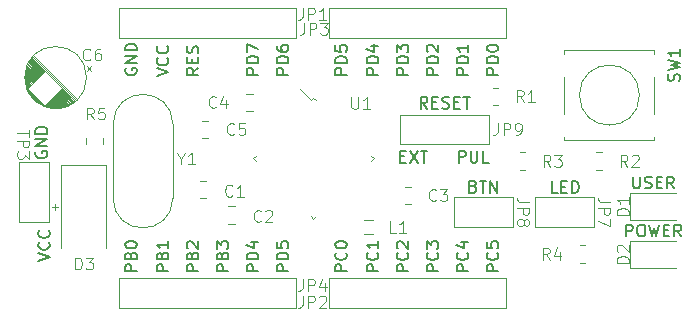
<source format=gbr>
%TF.GenerationSoftware,KiCad,Pcbnew,7.0.7*%
%TF.CreationDate,2023-09-18T12:00:33+02:00*%
%TF.ProjectId,AT90S4433_evaluation_board,41543930-5334-4343-9333-5f6576616c75,rev?*%
%TF.SameCoordinates,Original*%
%TF.FileFunction,Legend,Top*%
%TF.FilePolarity,Positive*%
%FSLAX46Y46*%
G04 Gerber Fmt 4.6, Leading zero omitted, Abs format (unit mm)*
G04 Created by KiCad (PCBNEW 7.0.7) date 2023-09-18 12:00:33*
%MOMM*%
%LPD*%
G01*
G04 APERTURE LIST*
%ADD10C,0.150000*%
%ADD11C,0.100000*%
%ADD12C,0.120000*%
G04 APERTURE END LIST*
D10*
X137664819Y-97199220D02*
X136664819Y-97199220D01*
X136664819Y-97199220D02*
X136664819Y-96818268D01*
X136664819Y-96818268D02*
X136712438Y-96723030D01*
X136712438Y-96723030D02*
X136760057Y-96675411D01*
X136760057Y-96675411D02*
X136855295Y-96627792D01*
X136855295Y-96627792D02*
X136998152Y-96627792D01*
X136998152Y-96627792D02*
X137093390Y-96675411D01*
X137093390Y-96675411D02*
X137141009Y-96723030D01*
X137141009Y-96723030D02*
X137188628Y-96818268D01*
X137188628Y-96818268D02*
X137188628Y-97199220D01*
X137569580Y-95627792D02*
X137617200Y-95675411D01*
X137617200Y-95675411D02*
X137664819Y-95818268D01*
X137664819Y-95818268D02*
X137664819Y-95913506D01*
X137664819Y-95913506D02*
X137617200Y-96056363D01*
X137617200Y-96056363D02*
X137521961Y-96151601D01*
X137521961Y-96151601D02*
X137426723Y-96199220D01*
X137426723Y-96199220D02*
X137236247Y-96246839D01*
X137236247Y-96246839D02*
X137093390Y-96246839D01*
X137093390Y-96246839D02*
X136902914Y-96199220D01*
X136902914Y-96199220D02*
X136807676Y-96151601D01*
X136807676Y-96151601D02*
X136712438Y-96056363D01*
X136712438Y-96056363D02*
X136664819Y-95913506D01*
X136664819Y-95913506D02*
X136664819Y-95818268D01*
X136664819Y-95818268D02*
X136712438Y-95675411D01*
X136712438Y-95675411D02*
X136760057Y-95627792D01*
X136998152Y-94770649D02*
X137664819Y-94770649D01*
X136617200Y-95008744D02*
X137331485Y-95246839D01*
X137331485Y-95246839D02*
X137331485Y-94627792D01*
X122424819Y-80562220D02*
X121424819Y-80562220D01*
X121424819Y-80562220D02*
X121424819Y-80181268D01*
X121424819Y-80181268D02*
X121472438Y-80086030D01*
X121472438Y-80086030D02*
X121520057Y-80038411D01*
X121520057Y-80038411D02*
X121615295Y-79990792D01*
X121615295Y-79990792D02*
X121758152Y-79990792D01*
X121758152Y-79990792D02*
X121853390Y-80038411D01*
X121853390Y-80038411D02*
X121901009Y-80086030D01*
X121901009Y-80086030D02*
X121948628Y-80181268D01*
X121948628Y-80181268D02*
X121948628Y-80562220D01*
X122424819Y-79562220D02*
X121424819Y-79562220D01*
X121424819Y-79562220D02*
X121424819Y-79324125D01*
X121424819Y-79324125D02*
X121472438Y-79181268D01*
X121472438Y-79181268D02*
X121567676Y-79086030D01*
X121567676Y-79086030D02*
X121662914Y-79038411D01*
X121662914Y-79038411D02*
X121853390Y-78990792D01*
X121853390Y-78990792D02*
X121996247Y-78990792D01*
X121996247Y-78990792D02*
X122186723Y-79038411D01*
X122186723Y-79038411D02*
X122281961Y-79086030D01*
X122281961Y-79086030D02*
X122377200Y-79181268D01*
X122377200Y-79181268D02*
X122424819Y-79324125D01*
X122424819Y-79324125D02*
X122424819Y-79562220D01*
X121424819Y-78133649D02*
X121424819Y-78324125D01*
X121424819Y-78324125D02*
X121472438Y-78419363D01*
X121472438Y-78419363D02*
X121520057Y-78466982D01*
X121520057Y-78466982D02*
X121662914Y-78562220D01*
X121662914Y-78562220D02*
X121853390Y-78609839D01*
X121853390Y-78609839D02*
X122234342Y-78609839D01*
X122234342Y-78609839D02*
X122329580Y-78562220D01*
X122329580Y-78562220D02*
X122377200Y-78514601D01*
X122377200Y-78514601D02*
X122424819Y-78419363D01*
X122424819Y-78419363D02*
X122424819Y-78228887D01*
X122424819Y-78228887D02*
X122377200Y-78133649D01*
X122377200Y-78133649D02*
X122329580Y-78086030D01*
X122329580Y-78086030D02*
X122234342Y-78038411D01*
X122234342Y-78038411D02*
X121996247Y-78038411D01*
X121996247Y-78038411D02*
X121901009Y-78086030D01*
X121901009Y-78086030D02*
X121853390Y-78133649D01*
X121853390Y-78133649D02*
X121805771Y-78228887D01*
X121805771Y-78228887D02*
X121805771Y-78419363D01*
X121805771Y-78419363D02*
X121853390Y-78514601D01*
X121853390Y-78514601D02*
X121901009Y-78562220D01*
X121901009Y-78562220D02*
X121996247Y-78609839D01*
X140204819Y-80562220D02*
X139204819Y-80562220D01*
X139204819Y-80562220D02*
X139204819Y-80181268D01*
X139204819Y-80181268D02*
X139252438Y-80086030D01*
X139252438Y-80086030D02*
X139300057Y-80038411D01*
X139300057Y-80038411D02*
X139395295Y-79990792D01*
X139395295Y-79990792D02*
X139538152Y-79990792D01*
X139538152Y-79990792D02*
X139633390Y-80038411D01*
X139633390Y-80038411D02*
X139681009Y-80086030D01*
X139681009Y-80086030D02*
X139728628Y-80181268D01*
X139728628Y-80181268D02*
X139728628Y-80562220D01*
X140204819Y-79562220D02*
X139204819Y-79562220D01*
X139204819Y-79562220D02*
X139204819Y-79324125D01*
X139204819Y-79324125D02*
X139252438Y-79181268D01*
X139252438Y-79181268D02*
X139347676Y-79086030D01*
X139347676Y-79086030D02*
X139442914Y-79038411D01*
X139442914Y-79038411D02*
X139633390Y-78990792D01*
X139633390Y-78990792D02*
X139776247Y-78990792D01*
X139776247Y-78990792D02*
X139966723Y-79038411D01*
X139966723Y-79038411D02*
X140061961Y-79086030D01*
X140061961Y-79086030D02*
X140157200Y-79181268D01*
X140157200Y-79181268D02*
X140204819Y-79324125D01*
X140204819Y-79324125D02*
X140204819Y-79562220D01*
X139204819Y-78371744D02*
X139204819Y-78276506D01*
X139204819Y-78276506D02*
X139252438Y-78181268D01*
X139252438Y-78181268D02*
X139300057Y-78133649D01*
X139300057Y-78133649D02*
X139395295Y-78086030D01*
X139395295Y-78086030D02*
X139585771Y-78038411D01*
X139585771Y-78038411D02*
X139823866Y-78038411D01*
X139823866Y-78038411D02*
X140014342Y-78086030D01*
X140014342Y-78086030D02*
X140109580Y-78133649D01*
X140109580Y-78133649D02*
X140157200Y-78181268D01*
X140157200Y-78181268D02*
X140204819Y-78276506D01*
X140204819Y-78276506D02*
X140204819Y-78371744D01*
X140204819Y-78371744D02*
X140157200Y-78466982D01*
X140157200Y-78466982D02*
X140109580Y-78514601D01*
X140109580Y-78514601D02*
X140014342Y-78562220D01*
X140014342Y-78562220D02*
X139823866Y-78609839D01*
X139823866Y-78609839D02*
X139585771Y-78609839D01*
X139585771Y-78609839D02*
X139395295Y-78562220D01*
X139395295Y-78562220D02*
X139300057Y-78514601D01*
X139300057Y-78514601D02*
X139252438Y-78466982D01*
X139252438Y-78466982D02*
X139204819Y-78371744D01*
X127377819Y-97199220D02*
X126377819Y-97199220D01*
X126377819Y-97199220D02*
X126377819Y-96818268D01*
X126377819Y-96818268D02*
X126425438Y-96723030D01*
X126425438Y-96723030D02*
X126473057Y-96675411D01*
X126473057Y-96675411D02*
X126568295Y-96627792D01*
X126568295Y-96627792D02*
X126711152Y-96627792D01*
X126711152Y-96627792D02*
X126806390Y-96675411D01*
X126806390Y-96675411D02*
X126854009Y-96723030D01*
X126854009Y-96723030D02*
X126901628Y-96818268D01*
X126901628Y-96818268D02*
X126901628Y-97199220D01*
X127282580Y-95627792D02*
X127330200Y-95675411D01*
X127330200Y-95675411D02*
X127377819Y-95818268D01*
X127377819Y-95818268D02*
X127377819Y-95913506D01*
X127377819Y-95913506D02*
X127330200Y-96056363D01*
X127330200Y-96056363D02*
X127234961Y-96151601D01*
X127234961Y-96151601D02*
X127139723Y-96199220D01*
X127139723Y-96199220D02*
X126949247Y-96246839D01*
X126949247Y-96246839D02*
X126806390Y-96246839D01*
X126806390Y-96246839D02*
X126615914Y-96199220D01*
X126615914Y-96199220D02*
X126520676Y-96151601D01*
X126520676Y-96151601D02*
X126425438Y-96056363D01*
X126425438Y-96056363D02*
X126377819Y-95913506D01*
X126377819Y-95913506D02*
X126377819Y-95818268D01*
X126377819Y-95818268D02*
X126425438Y-95675411D01*
X126425438Y-95675411D02*
X126473057Y-95627792D01*
X126377819Y-95008744D02*
X126377819Y-94913506D01*
X126377819Y-94913506D02*
X126425438Y-94818268D01*
X126425438Y-94818268D02*
X126473057Y-94770649D01*
X126473057Y-94770649D02*
X126568295Y-94723030D01*
X126568295Y-94723030D02*
X126758771Y-94675411D01*
X126758771Y-94675411D02*
X126996866Y-94675411D01*
X126996866Y-94675411D02*
X127187342Y-94723030D01*
X127187342Y-94723030D02*
X127282580Y-94770649D01*
X127282580Y-94770649D02*
X127330200Y-94818268D01*
X127330200Y-94818268D02*
X127377819Y-94913506D01*
X127377819Y-94913506D02*
X127377819Y-95008744D01*
X127377819Y-95008744D02*
X127330200Y-95103982D01*
X127330200Y-95103982D02*
X127282580Y-95151601D01*
X127282580Y-95151601D02*
X127187342Y-95199220D01*
X127187342Y-95199220D02*
X126996866Y-95246839D01*
X126996866Y-95246839D02*
X126758771Y-95246839D01*
X126758771Y-95246839D02*
X126568295Y-95199220D01*
X126568295Y-95199220D02*
X126473057Y-95151601D01*
X126473057Y-95151601D02*
X126425438Y-95103982D01*
X126425438Y-95103982D02*
X126377819Y-95008744D01*
X132584819Y-80562220D02*
X131584819Y-80562220D01*
X131584819Y-80562220D02*
X131584819Y-80181268D01*
X131584819Y-80181268D02*
X131632438Y-80086030D01*
X131632438Y-80086030D02*
X131680057Y-80038411D01*
X131680057Y-80038411D02*
X131775295Y-79990792D01*
X131775295Y-79990792D02*
X131918152Y-79990792D01*
X131918152Y-79990792D02*
X132013390Y-80038411D01*
X132013390Y-80038411D02*
X132061009Y-80086030D01*
X132061009Y-80086030D02*
X132108628Y-80181268D01*
X132108628Y-80181268D02*
X132108628Y-80562220D01*
X132584819Y-79562220D02*
X131584819Y-79562220D01*
X131584819Y-79562220D02*
X131584819Y-79324125D01*
X131584819Y-79324125D02*
X131632438Y-79181268D01*
X131632438Y-79181268D02*
X131727676Y-79086030D01*
X131727676Y-79086030D02*
X131822914Y-79038411D01*
X131822914Y-79038411D02*
X132013390Y-78990792D01*
X132013390Y-78990792D02*
X132156247Y-78990792D01*
X132156247Y-78990792D02*
X132346723Y-79038411D01*
X132346723Y-79038411D02*
X132441961Y-79086030D01*
X132441961Y-79086030D02*
X132537200Y-79181268D01*
X132537200Y-79181268D02*
X132584819Y-79324125D01*
X132584819Y-79324125D02*
X132584819Y-79562220D01*
X131584819Y-78657458D02*
X131584819Y-78038411D01*
X131584819Y-78038411D02*
X131965771Y-78371744D01*
X131965771Y-78371744D02*
X131965771Y-78228887D01*
X131965771Y-78228887D02*
X132013390Y-78133649D01*
X132013390Y-78133649D02*
X132061009Y-78086030D01*
X132061009Y-78086030D02*
X132156247Y-78038411D01*
X132156247Y-78038411D02*
X132394342Y-78038411D01*
X132394342Y-78038411D02*
X132489580Y-78086030D01*
X132489580Y-78086030D02*
X132537200Y-78133649D01*
X132537200Y-78133649D02*
X132584819Y-78228887D01*
X132584819Y-78228887D02*
X132584819Y-78514601D01*
X132584819Y-78514601D02*
X132537200Y-78609839D01*
X132537200Y-78609839D02*
X132489580Y-78657458D01*
X108645438Y-80038411D02*
X108597819Y-80133649D01*
X108597819Y-80133649D02*
X108597819Y-80276506D01*
X108597819Y-80276506D02*
X108645438Y-80419363D01*
X108645438Y-80419363D02*
X108740676Y-80514601D01*
X108740676Y-80514601D02*
X108835914Y-80562220D01*
X108835914Y-80562220D02*
X109026390Y-80609839D01*
X109026390Y-80609839D02*
X109169247Y-80609839D01*
X109169247Y-80609839D02*
X109359723Y-80562220D01*
X109359723Y-80562220D02*
X109454961Y-80514601D01*
X109454961Y-80514601D02*
X109550200Y-80419363D01*
X109550200Y-80419363D02*
X109597819Y-80276506D01*
X109597819Y-80276506D02*
X109597819Y-80181268D01*
X109597819Y-80181268D02*
X109550200Y-80038411D01*
X109550200Y-80038411D02*
X109502580Y-79990792D01*
X109502580Y-79990792D02*
X109169247Y-79990792D01*
X109169247Y-79990792D02*
X109169247Y-80181268D01*
X109597819Y-79562220D02*
X108597819Y-79562220D01*
X108597819Y-79562220D02*
X109597819Y-78990792D01*
X109597819Y-78990792D02*
X108597819Y-78990792D01*
X109597819Y-78514601D02*
X108597819Y-78514601D01*
X108597819Y-78514601D02*
X108597819Y-78276506D01*
X108597819Y-78276506D02*
X108645438Y-78133649D01*
X108645438Y-78133649D02*
X108740676Y-78038411D01*
X108740676Y-78038411D02*
X108835914Y-77990792D01*
X108835914Y-77990792D02*
X109026390Y-77943173D01*
X109026390Y-77943173D02*
X109169247Y-77943173D01*
X109169247Y-77943173D02*
X109359723Y-77990792D01*
X109359723Y-77990792D02*
X109454961Y-78038411D01*
X109454961Y-78038411D02*
X109550200Y-78133649D01*
X109550200Y-78133649D02*
X109597819Y-78276506D01*
X109597819Y-78276506D02*
X109597819Y-78514601D01*
X127377819Y-80562220D02*
X126377819Y-80562220D01*
X126377819Y-80562220D02*
X126377819Y-80181268D01*
X126377819Y-80181268D02*
X126425438Y-80086030D01*
X126425438Y-80086030D02*
X126473057Y-80038411D01*
X126473057Y-80038411D02*
X126568295Y-79990792D01*
X126568295Y-79990792D02*
X126711152Y-79990792D01*
X126711152Y-79990792D02*
X126806390Y-80038411D01*
X126806390Y-80038411D02*
X126854009Y-80086030D01*
X126854009Y-80086030D02*
X126901628Y-80181268D01*
X126901628Y-80181268D02*
X126901628Y-80562220D01*
X127377819Y-79562220D02*
X126377819Y-79562220D01*
X126377819Y-79562220D02*
X126377819Y-79324125D01*
X126377819Y-79324125D02*
X126425438Y-79181268D01*
X126425438Y-79181268D02*
X126520676Y-79086030D01*
X126520676Y-79086030D02*
X126615914Y-79038411D01*
X126615914Y-79038411D02*
X126806390Y-78990792D01*
X126806390Y-78990792D02*
X126949247Y-78990792D01*
X126949247Y-78990792D02*
X127139723Y-79038411D01*
X127139723Y-79038411D02*
X127234961Y-79086030D01*
X127234961Y-79086030D02*
X127330200Y-79181268D01*
X127330200Y-79181268D02*
X127377819Y-79324125D01*
X127377819Y-79324125D02*
X127377819Y-79562220D01*
X126377819Y-78086030D02*
X126377819Y-78562220D01*
X126377819Y-78562220D02*
X126854009Y-78609839D01*
X126854009Y-78609839D02*
X126806390Y-78562220D01*
X126806390Y-78562220D02*
X126758771Y-78466982D01*
X126758771Y-78466982D02*
X126758771Y-78228887D01*
X126758771Y-78228887D02*
X126806390Y-78133649D01*
X126806390Y-78133649D02*
X126854009Y-78086030D01*
X126854009Y-78086030D02*
X126949247Y-78038411D01*
X126949247Y-78038411D02*
X127187342Y-78038411D01*
X127187342Y-78038411D02*
X127282580Y-78086030D01*
X127282580Y-78086030D02*
X127330200Y-78133649D01*
X127330200Y-78133649D02*
X127377819Y-78228887D01*
X127377819Y-78228887D02*
X127377819Y-78466982D01*
X127377819Y-78466982D02*
X127330200Y-78562220D01*
X127330200Y-78562220D02*
X127282580Y-78609839D01*
X119884819Y-97199220D02*
X118884819Y-97199220D01*
X118884819Y-97199220D02*
X118884819Y-96818268D01*
X118884819Y-96818268D02*
X118932438Y-96723030D01*
X118932438Y-96723030D02*
X118980057Y-96675411D01*
X118980057Y-96675411D02*
X119075295Y-96627792D01*
X119075295Y-96627792D02*
X119218152Y-96627792D01*
X119218152Y-96627792D02*
X119313390Y-96675411D01*
X119313390Y-96675411D02*
X119361009Y-96723030D01*
X119361009Y-96723030D02*
X119408628Y-96818268D01*
X119408628Y-96818268D02*
X119408628Y-97199220D01*
X119884819Y-96199220D02*
X118884819Y-96199220D01*
X118884819Y-96199220D02*
X118884819Y-95961125D01*
X118884819Y-95961125D02*
X118932438Y-95818268D01*
X118932438Y-95818268D02*
X119027676Y-95723030D01*
X119027676Y-95723030D02*
X119122914Y-95675411D01*
X119122914Y-95675411D02*
X119313390Y-95627792D01*
X119313390Y-95627792D02*
X119456247Y-95627792D01*
X119456247Y-95627792D02*
X119646723Y-95675411D01*
X119646723Y-95675411D02*
X119741961Y-95723030D01*
X119741961Y-95723030D02*
X119837200Y-95818268D01*
X119837200Y-95818268D02*
X119884819Y-95961125D01*
X119884819Y-95961125D02*
X119884819Y-96199220D01*
X119218152Y-94770649D02*
X119884819Y-94770649D01*
X118837200Y-95008744D02*
X119551485Y-95246839D01*
X119551485Y-95246839D02*
X119551485Y-94627792D01*
X131908779Y-87484009D02*
X132242112Y-87484009D01*
X132384969Y-88007819D02*
X131908779Y-88007819D01*
X131908779Y-88007819D02*
X131908779Y-87007819D01*
X131908779Y-87007819D02*
X132384969Y-87007819D01*
X132718303Y-87007819D02*
X133384969Y-88007819D01*
X133384969Y-87007819D02*
X132718303Y-88007819D01*
X133623065Y-87007819D02*
X134194493Y-87007819D01*
X133908779Y-88007819D02*
X133908779Y-87007819D01*
X135124819Y-97199220D02*
X134124819Y-97199220D01*
X134124819Y-97199220D02*
X134124819Y-96818268D01*
X134124819Y-96818268D02*
X134172438Y-96723030D01*
X134172438Y-96723030D02*
X134220057Y-96675411D01*
X134220057Y-96675411D02*
X134315295Y-96627792D01*
X134315295Y-96627792D02*
X134458152Y-96627792D01*
X134458152Y-96627792D02*
X134553390Y-96675411D01*
X134553390Y-96675411D02*
X134601009Y-96723030D01*
X134601009Y-96723030D02*
X134648628Y-96818268D01*
X134648628Y-96818268D02*
X134648628Y-97199220D01*
X135029580Y-95627792D02*
X135077200Y-95675411D01*
X135077200Y-95675411D02*
X135124819Y-95818268D01*
X135124819Y-95818268D02*
X135124819Y-95913506D01*
X135124819Y-95913506D02*
X135077200Y-96056363D01*
X135077200Y-96056363D02*
X134981961Y-96151601D01*
X134981961Y-96151601D02*
X134886723Y-96199220D01*
X134886723Y-96199220D02*
X134696247Y-96246839D01*
X134696247Y-96246839D02*
X134553390Y-96246839D01*
X134553390Y-96246839D02*
X134362914Y-96199220D01*
X134362914Y-96199220D02*
X134267676Y-96151601D01*
X134267676Y-96151601D02*
X134172438Y-96056363D01*
X134172438Y-96056363D02*
X134124819Y-95913506D01*
X134124819Y-95913506D02*
X134124819Y-95818268D01*
X134124819Y-95818268D02*
X134172438Y-95675411D01*
X134172438Y-95675411D02*
X134220057Y-95627792D01*
X134124819Y-95294458D02*
X134124819Y-94675411D01*
X134124819Y-94675411D02*
X134505771Y-95008744D01*
X134505771Y-95008744D02*
X134505771Y-94865887D01*
X134505771Y-94865887D02*
X134553390Y-94770649D01*
X134553390Y-94770649D02*
X134601009Y-94723030D01*
X134601009Y-94723030D02*
X134696247Y-94675411D01*
X134696247Y-94675411D02*
X134934342Y-94675411D01*
X134934342Y-94675411D02*
X135029580Y-94723030D01*
X135029580Y-94723030D02*
X135077200Y-94770649D01*
X135077200Y-94770649D02*
X135124819Y-94865887D01*
X135124819Y-94865887D02*
X135124819Y-95151601D01*
X135124819Y-95151601D02*
X135077200Y-95246839D01*
X135077200Y-95246839D02*
X135029580Y-95294458D01*
X151600114Y-89192219D02*
X151600114Y-90001742D01*
X151600114Y-90001742D02*
X151647733Y-90096980D01*
X151647733Y-90096980D02*
X151695352Y-90144600D01*
X151695352Y-90144600D02*
X151790590Y-90192219D01*
X151790590Y-90192219D02*
X151981066Y-90192219D01*
X151981066Y-90192219D02*
X152076304Y-90144600D01*
X152076304Y-90144600D02*
X152123923Y-90096980D01*
X152123923Y-90096980D02*
X152171542Y-90001742D01*
X152171542Y-90001742D02*
X152171542Y-89192219D01*
X152600114Y-90144600D02*
X152742971Y-90192219D01*
X152742971Y-90192219D02*
X152981066Y-90192219D01*
X152981066Y-90192219D02*
X153076304Y-90144600D01*
X153076304Y-90144600D02*
X153123923Y-90096980D01*
X153123923Y-90096980D02*
X153171542Y-90001742D01*
X153171542Y-90001742D02*
X153171542Y-89906504D01*
X153171542Y-89906504D02*
X153123923Y-89811266D01*
X153123923Y-89811266D02*
X153076304Y-89763647D01*
X153076304Y-89763647D02*
X152981066Y-89716028D01*
X152981066Y-89716028D02*
X152790590Y-89668409D01*
X152790590Y-89668409D02*
X152695352Y-89620790D01*
X152695352Y-89620790D02*
X152647733Y-89573171D01*
X152647733Y-89573171D02*
X152600114Y-89477933D01*
X152600114Y-89477933D02*
X152600114Y-89382695D01*
X152600114Y-89382695D02*
X152647733Y-89287457D01*
X152647733Y-89287457D02*
X152695352Y-89239838D01*
X152695352Y-89239838D02*
X152790590Y-89192219D01*
X152790590Y-89192219D02*
X153028685Y-89192219D01*
X153028685Y-89192219D02*
X153171542Y-89239838D01*
X153600114Y-89668409D02*
X153933447Y-89668409D01*
X154076304Y-90192219D02*
X153600114Y-90192219D01*
X153600114Y-90192219D02*
X153600114Y-89192219D01*
X153600114Y-89192219D02*
X154076304Y-89192219D01*
X155076304Y-90192219D02*
X154742971Y-89716028D01*
X154504876Y-90192219D02*
X154504876Y-89192219D01*
X154504876Y-89192219D02*
X154885828Y-89192219D01*
X154885828Y-89192219D02*
X154981066Y-89239838D01*
X154981066Y-89239838D02*
X155028685Y-89287457D01*
X155028685Y-89287457D02*
X155076304Y-89382695D01*
X155076304Y-89382695D02*
X155076304Y-89525552D01*
X155076304Y-89525552D02*
X155028685Y-89620790D01*
X155028685Y-89620790D02*
X154981066Y-89668409D01*
X154981066Y-89668409D02*
X154885828Y-89716028D01*
X154885828Y-89716028D02*
X154504876Y-89716028D01*
X130044819Y-80562220D02*
X129044819Y-80562220D01*
X129044819Y-80562220D02*
X129044819Y-80181268D01*
X129044819Y-80181268D02*
X129092438Y-80086030D01*
X129092438Y-80086030D02*
X129140057Y-80038411D01*
X129140057Y-80038411D02*
X129235295Y-79990792D01*
X129235295Y-79990792D02*
X129378152Y-79990792D01*
X129378152Y-79990792D02*
X129473390Y-80038411D01*
X129473390Y-80038411D02*
X129521009Y-80086030D01*
X129521009Y-80086030D02*
X129568628Y-80181268D01*
X129568628Y-80181268D02*
X129568628Y-80562220D01*
X130044819Y-79562220D02*
X129044819Y-79562220D01*
X129044819Y-79562220D02*
X129044819Y-79324125D01*
X129044819Y-79324125D02*
X129092438Y-79181268D01*
X129092438Y-79181268D02*
X129187676Y-79086030D01*
X129187676Y-79086030D02*
X129282914Y-79038411D01*
X129282914Y-79038411D02*
X129473390Y-78990792D01*
X129473390Y-78990792D02*
X129616247Y-78990792D01*
X129616247Y-78990792D02*
X129806723Y-79038411D01*
X129806723Y-79038411D02*
X129901961Y-79086030D01*
X129901961Y-79086030D02*
X129997200Y-79181268D01*
X129997200Y-79181268D02*
X130044819Y-79324125D01*
X130044819Y-79324125D02*
X130044819Y-79562220D01*
X129378152Y-78133649D02*
X130044819Y-78133649D01*
X128997200Y-78371744D02*
X129711485Y-78609839D01*
X129711485Y-78609839D02*
X129711485Y-77990792D01*
X138084112Y-90024009D02*
X138226969Y-90071628D01*
X138226969Y-90071628D02*
X138274588Y-90119247D01*
X138274588Y-90119247D02*
X138322207Y-90214485D01*
X138322207Y-90214485D02*
X138322207Y-90357342D01*
X138322207Y-90357342D02*
X138274588Y-90452580D01*
X138274588Y-90452580D02*
X138226969Y-90500200D01*
X138226969Y-90500200D02*
X138131731Y-90547819D01*
X138131731Y-90547819D02*
X137750779Y-90547819D01*
X137750779Y-90547819D02*
X137750779Y-89547819D01*
X137750779Y-89547819D02*
X138084112Y-89547819D01*
X138084112Y-89547819D02*
X138179350Y-89595438D01*
X138179350Y-89595438D02*
X138226969Y-89643057D01*
X138226969Y-89643057D02*
X138274588Y-89738295D01*
X138274588Y-89738295D02*
X138274588Y-89833533D01*
X138274588Y-89833533D02*
X138226969Y-89928771D01*
X138226969Y-89928771D02*
X138179350Y-89976390D01*
X138179350Y-89976390D02*
X138084112Y-90024009D01*
X138084112Y-90024009D02*
X137750779Y-90024009D01*
X138607922Y-89547819D02*
X139179350Y-89547819D01*
X138893636Y-90547819D02*
X138893636Y-89547819D01*
X139512684Y-90547819D02*
X139512684Y-89547819D01*
X139512684Y-89547819D02*
X140084112Y-90547819D01*
X140084112Y-90547819D02*
X140084112Y-89547819D01*
X101231819Y-96326077D02*
X102231819Y-95992744D01*
X102231819Y-95992744D02*
X101231819Y-95659411D01*
X102136580Y-94754649D02*
X102184200Y-94802268D01*
X102184200Y-94802268D02*
X102231819Y-94945125D01*
X102231819Y-94945125D02*
X102231819Y-95040363D01*
X102231819Y-95040363D02*
X102184200Y-95183220D01*
X102184200Y-95183220D02*
X102088961Y-95278458D01*
X102088961Y-95278458D02*
X101993723Y-95326077D01*
X101993723Y-95326077D02*
X101803247Y-95373696D01*
X101803247Y-95373696D02*
X101660390Y-95373696D01*
X101660390Y-95373696D02*
X101469914Y-95326077D01*
X101469914Y-95326077D02*
X101374676Y-95278458D01*
X101374676Y-95278458D02*
X101279438Y-95183220D01*
X101279438Y-95183220D02*
X101231819Y-95040363D01*
X101231819Y-95040363D02*
X101231819Y-94945125D01*
X101231819Y-94945125D02*
X101279438Y-94802268D01*
X101279438Y-94802268D02*
X101327057Y-94754649D01*
X102136580Y-93754649D02*
X102184200Y-93802268D01*
X102184200Y-93802268D02*
X102231819Y-93945125D01*
X102231819Y-93945125D02*
X102231819Y-94040363D01*
X102231819Y-94040363D02*
X102184200Y-94183220D01*
X102184200Y-94183220D02*
X102088961Y-94278458D01*
X102088961Y-94278458D02*
X101993723Y-94326077D01*
X101993723Y-94326077D02*
X101803247Y-94373696D01*
X101803247Y-94373696D02*
X101660390Y-94373696D01*
X101660390Y-94373696D02*
X101469914Y-94326077D01*
X101469914Y-94326077D02*
X101374676Y-94278458D01*
X101374676Y-94278458D02*
X101279438Y-94183220D01*
X101279438Y-94183220D02*
X101231819Y-94040363D01*
X101231819Y-94040363D02*
X101231819Y-93945125D01*
X101231819Y-93945125D02*
X101279438Y-93802268D01*
X101279438Y-93802268D02*
X101327057Y-93754649D01*
X132584819Y-97199220D02*
X131584819Y-97199220D01*
X131584819Y-97199220D02*
X131584819Y-96818268D01*
X131584819Y-96818268D02*
X131632438Y-96723030D01*
X131632438Y-96723030D02*
X131680057Y-96675411D01*
X131680057Y-96675411D02*
X131775295Y-96627792D01*
X131775295Y-96627792D02*
X131918152Y-96627792D01*
X131918152Y-96627792D02*
X132013390Y-96675411D01*
X132013390Y-96675411D02*
X132061009Y-96723030D01*
X132061009Y-96723030D02*
X132108628Y-96818268D01*
X132108628Y-96818268D02*
X132108628Y-97199220D01*
X132489580Y-95627792D02*
X132537200Y-95675411D01*
X132537200Y-95675411D02*
X132584819Y-95818268D01*
X132584819Y-95818268D02*
X132584819Y-95913506D01*
X132584819Y-95913506D02*
X132537200Y-96056363D01*
X132537200Y-96056363D02*
X132441961Y-96151601D01*
X132441961Y-96151601D02*
X132346723Y-96199220D01*
X132346723Y-96199220D02*
X132156247Y-96246839D01*
X132156247Y-96246839D02*
X132013390Y-96246839D01*
X132013390Y-96246839D02*
X131822914Y-96199220D01*
X131822914Y-96199220D02*
X131727676Y-96151601D01*
X131727676Y-96151601D02*
X131632438Y-96056363D01*
X131632438Y-96056363D02*
X131584819Y-95913506D01*
X131584819Y-95913506D02*
X131584819Y-95818268D01*
X131584819Y-95818268D02*
X131632438Y-95675411D01*
X131632438Y-95675411D02*
X131680057Y-95627792D01*
X131680057Y-95246839D02*
X131632438Y-95199220D01*
X131632438Y-95199220D02*
X131584819Y-95103982D01*
X131584819Y-95103982D02*
X131584819Y-94865887D01*
X131584819Y-94865887D02*
X131632438Y-94770649D01*
X131632438Y-94770649D02*
X131680057Y-94723030D01*
X131680057Y-94723030D02*
X131775295Y-94675411D01*
X131775295Y-94675411D02*
X131870533Y-94675411D01*
X131870533Y-94675411D02*
X132013390Y-94723030D01*
X132013390Y-94723030D02*
X132584819Y-95294458D01*
X132584819Y-95294458D02*
X132584819Y-94675411D01*
X140204819Y-97199220D02*
X139204819Y-97199220D01*
X139204819Y-97199220D02*
X139204819Y-96818268D01*
X139204819Y-96818268D02*
X139252438Y-96723030D01*
X139252438Y-96723030D02*
X139300057Y-96675411D01*
X139300057Y-96675411D02*
X139395295Y-96627792D01*
X139395295Y-96627792D02*
X139538152Y-96627792D01*
X139538152Y-96627792D02*
X139633390Y-96675411D01*
X139633390Y-96675411D02*
X139681009Y-96723030D01*
X139681009Y-96723030D02*
X139728628Y-96818268D01*
X139728628Y-96818268D02*
X139728628Y-97199220D01*
X140109580Y-95627792D02*
X140157200Y-95675411D01*
X140157200Y-95675411D02*
X140204819Y-95818268D01*
X140204819Y-95818268D02*
X140204819Y-95913506D01*
X140204819Y-95913506D02*
X140157200Y-96056363D01*
X140157200Y-96056363D02*
X140061961Y-96151601D01*
X140061961Y-96151601D02*
X139966723Y-96199220D01*
X139966723Y-96199220D02*
X139776247Y-96246839D01*
X139776247Y-96246839D02*
X139633390Y-96246839D01*
X139633390Y-96246839D02*
X139442914Y-96199220D01*
X139442914Y-96199220D02*
X139347676Y-96151601D01*
X139347676Y-96151601D02*
X139252438Y-96056363D01*
X139252438Y-96056363D02*
X139204819Y-95913506D01*
X139204819Y-95913506D02*
X139204819Y-95818268D01*
X139204819Y-95818268D02*
X139252438Y-95675411D01*
X139252438Y-95675411D02*
X139300057Y-95627792D01*
X139204819Y-94723030D02*
X139204819Y-95199220D01*
X139204819Y-95199220D02*
X139681009Y-95246839D01*
X139681009Y-95246839D02*
X139633390Y-95199220D01*
X139633390Y-95199220D02*
X139585771Y-95103982D01*
X139585771Y-95103982D02*
X139585771Y-94865887D01*
X139585771Y-94865887D02*
X139633390Y-94770649D01*
X139633390Y-94770649D02*
X139681009Y-94723030D01*
X139681009Y-94723030D02*
X139776247Y-94675411D01*
X139776247Y-94675411D02*
X140014342Y-94675411D01*
X140014342Y-94675411D02*
X140109580Y-94723030D01*
X140109580Y-94723030D02*
X140157200Y-94770649D01*
X140157200Y-94770649D02*
X140204819Y-94865887D01*
X140204819Y-94865887D02*
X140204819Y-95103982D01*
X140204819Y-95103982D02*
X140157200Y-95199220D01*
X140157200Y-95199220D02*
X140109580Y-95246839D01*
X109597819Y-97199220D02*
X108597819Y-97199220D01*
X108597819Y-97199220D02*
X108597819Y-96818268D01*
X108597819Y-96818268D02*
X108645438Y-96723030D01*
X108645438Y-96723030D02*
X108693057Y-96675411D01*
X108693057Y-96675411D02*
X108788295Y-96627792D01*
X108788295Y-96627792D02*
X108931152Y-96627792D01*
X108931152Y-96627792D02*
X109026390Y-96675411D01*
X109026390Y-96675411D02*
X109074009Y-96723030D01*
X109074009Y-96723030D02*
X109121628Y-96818268D01*
X109121628Y-96818268D02*
X109121628Y-97199220D01*
X109074009Y-95865887D02*
X109121628Y-95723030D01*
X109121628Y-95723030D02*
X109169247Y-95675411D01*
X109169247Y-95675411D02*
X109264485Y-95627792D01*
X109264485Y-95627792D02*
X109407342Y-95627792D01*
X109407342Y-95627792D02*
X109502580Y-95675411D01*
X109502580Y-95675411D02*
X109550200Y-95723030D01*
X109550200Y-95723030D02*
X109597819Y-95818268D01*
X109597819Y-95818268D02*
X109597819Y-96199220D01*
X109597819Y-96199220D02*
X108597819Y-96199220D01*
X108597819Y-96199220D02*
X108597819Y-95865887D01*
X108597819Y-95865887D02*
X108645438Y-95770649D01*
X108645438Y-95770649D02*
X108693057Y-95723030D01*
X108693057Y-95723030D02*
X108788295Y-95675411D01*
X108788295Y-95675411D02*
X108883533Y-95675411D01*
X108883533Y-95675411D02*
X108978771Y-95723030D01*
X108978771Y-95723030D02*
X109026390Y-95770649D01*
X109026390Y-95770649D02*
X109074009Y-95865887D01*
X109074009Y-95865887D02*
X109074009Y-96199220D01*
X108597819Y-95008744D02*
X108597819Y-94913506D01*
X108597819Y-94913506D02*
X108645438Y-94818268D01*
X108645438Y-94818268D02*
X108693057Y-94770649D01*
X108693057Y-94770649D02*
X108788295Y-94723030D01*
X108788295Y-94723030D02*
X108978771Y-94675411D01*
X108978771Y-94675411D02*
X109216866Y-94675411D01*
X109216866Y-94675411D02*
X109407342Y-94723030D01*
X109407342Y-94723030D02*
X109502580Y-94770649D01*
X109502580Y-94770649D02*
X109550200Y-94818268D01*
X109550200Y-94818268D02*
X109597819Y-94913506D01*
X109597819Y-94913506D02*
X109597819Y-95008744D01*
X109597819Y-95008744D02*
X109550200Y-95103982D01*
X109550200Y-95103982D02*
X109502580Y-95151601D01*
X109502580Y-95151601D02*
X109407342Y-95199220D01*
X109407342Y-95199220D02*
X109216866Y-95246839D01*
X109216866Y-95246839D02*
X108978771Y-95246839D01*
X108978771Y-95246839D02*
X108788295Y-95199220D01*
X108788295Y-95199220D02*
X108693057Y-95151601D01*
X108693057Y-95151601D02*
X108645438Y-95103982D01*
X108645438Y-95103982D02*
X108597819Y-95008744D01*
X122424819Y-97199220D02*
X121424819Y-97199220D01*
X121424819Y-97199220D02*
X121424819Y-96818268D01*
X121424819Y-96818268D02*
X121472438Y-96723030D01*
X121472438Y-96723030D02*
X121520057Y-96675411D01*
X121520057Y-96675411D02*
X121615295Y-96627792D01*
X121615295Y-96627792D02*
X121758152Y-96627792D01*
X121758152Y-96627792D02*
X121853390Y-96675411D01*
X121853390Y-96675411D02*
X121901009Y-96723030D01*
X121901009Y-96723030D02*
X121948628Y-96818268D01*
X121948628Y-96818268D02*
X121948628Y-97199220D01*
X122424819Y-96199220D02*
X121424819Y-96199220D01*
X121424819Y-96199220D02*
X121424819Y-95961125D01*
X121424819Y-95961125D02*
X121472438Y-95818268D01*
X121472438Y-95818268D02*
X121567676Y-95723030D01*
X121567676Y-95723030D02*
X121662914Y-95675411D01*
X121662914Y-95675411D02*
X121853390Y-95627792D01*
X121853390Y-95627792D02*
X121996247Y-95627792D01*
X121996247Y-95627792D02*
X122186723Y-95675411D01*
X122186723Y-95675411D02*
X122281961Y-95723030D01*
X122281961Y-95723030D02*
X122377200Y-95818268D01*
X122377200Y-95818268D02*
X122424819Y-95961125D01*
X122424819Y-95961125D02*
X122424819Y-96199220D01*
X121424819Y-94723030D02*
X121424819Y-95199220D01*
X121424819Y-95199220D02*
X121901009Y-95246839D01*
X121901009Y-95246839D02*
X121853390Y-95199220D01*
X121853390Y-95199220D02*
X121805771Y-95103982D01*
X121805771Y-95103982D02*
X121805771Y-94865887D01*
X121805771Y-94865887D02*
X121853390Y-94770649D01*
X121853390Y-94770649D02*
X121901009Y-94723030D01*
X121901009Y-94723030D02*
X121996247Y-94675411D01*
X121996247Y-94675411D02*
X122234342Y-94675411D01*
X122234342Y-94675411D02*
X122329580Y-94723030D01*
X122329580Y-94723030D02*
X122377200Y-94770649D01*
X122377200Y-94770649D02*
X122424819Y-94865887D01*
X122424819Y-94865887D02*
X122424819Y-95103982D01*
X122424819Y-95103982D02*
X122377200Y-95199220D01*
X122377200Y-95199220D02*
X122329580Y-95246839D01*
X114804819Y-97199220D02*
X113804819Y-97199220D01*
X113804819Y-97199220D02*
X113804819Y-96818268D01*
X113804819Y-96818268D02*
X113852438Y-96723030D01*
X113852438Y-96723030D02*
X113900057Y-96675411D01*
X113900057Y-96675411D02*
X113995295Y-96627792D01*
X113995295Y-96627792D02*
X114138152Y-96627792D01*
X114138152Y-96627792D02*
X114233390Y-96675411D01*
X114233390Y-96675411D02*
X114281009Y-96723030D01*
X114281009Y-96723030D02*
X114328628Y-96818268D01*
X114328628Y-96818268D02*
X114328628Y-97199220D01*
X114281009Y-95865887D02*
X114328628Y-95723030D01*
X114328628Y-95723030D02*
X114376247Y-95675411D01*
X114376247Y-95675411D02*
X114471485Y-95627792D01*
X114471485Y-95627792D02*
X114614342Y-95627792D01*
X114614342Y-95627792D02*
X114709580Y-95675411D01*
X114709580Y-95675411D02*
X114757200Y-95723030D01*
X114757200Y-95723030D02*
X114804819Y-95818268D01*
X114804819Y-95818268D02*
X114804819Y-96199220D01*
X114804819Y-96199220D02*
X113804819Y-96199220D01*
X113804819Y-96199220D02*
X113804819Y-95865887D01*
X113804819Y-95865887D02*
X113852438Y-95770649D01*
X113852438Y-95770649D02*
X113900057Y-95723030D01*
X113900057Y-95723030D02*
X113995295Y-95675411D01*
X113995295Y-95675411D02*
X114090533Y-95675411D01*
X114090533Y-95675411D02*
X114185771Y-95723030D01*
X114185771Y-95723030D02*
X114233390Y-95770649D01*
X114233390Y-95770649D02*
X114281009Y-95865887D01*
X114281009Y-95865887D02*
X114281009Y-96199220D01*
X113900057Y-95246839D02*
X113852438Y-95199220D01*
X113852438Y-95199220D02*
X113804819Y-95103982D01*
X113804819Y-95103982D02*
X113804819Y-94865887D01*
X113804819Y-94865887D02*
X113852438Y-94770649D01*
X113852438Y-94770649D02*
X113900057Y-94723030D01*
X113900057Y-94723030D02*
X113995295Y-94675411D01*
X113995295Y-94675411D02*
X114090533Y-94675411D01*
X114090533Y-94675411D02*
X114233390Y-94723030D01*
X114233390Y-94723030D02*
X114804819Y-95294458D01*
X114804819Y-95294458D02*
X114804819Y-94675411D01*
X117344819Y-97199220D02*
X116344819Y-97199220D01*
X116344819Y-97199220D02*
X116344819Y-96818268D01*
X116344819Y-96818268D02*
X116392438Y-96723030D01*
X116392438Y-96723030D02*
X116440057Y-96675411D01*
X116440057Y-96675411D02*
X116535295Y-96627792D01*
X116535295Y-96627792D02*
X116678152Y-96627792D01*
X116678152Y-96627792D02*
X116773390Y-96675411D01*
X116773390Y-96675411D02*
X116821009Y-96723030D01*
X116821009Y-96723030D02*
X116868628Y-96818268D01*
X116868628Y-96818268D02*
X116868628Y-97199220D01*
X116821009Y-95865887D02*
X116868628Y-95723030D01*
X116868628Y-95723030D02*
X116916247Y-95675411D01*
X116916247Y-95675411D02*
X117011485Y-95627792D01*
X117011485Y-95627792D02*
X117154342Y-95627792D01*
X117154342Y-95627792D02*
X117249580Y-95675411D01*
X117249580Y-95675411D02*
X117297200Y-95723030D01*
X117297200Y-95723030D02*
X117344819Y-95818268D01*
X117344819Y-95818268D02*
X117344819Y-96199220D01*
X117344819Y-96199220D02*
X116344819Y-96199220D01*
X116344819Y-96199220D02*
X116344819Y-95865887D01*
X116344819Y-95865887D02*
X116392438Y-95770649D01*
X116392438Y-95770649D02*
X116440057Y-95723030D01*
X116440057Y-95723030D02*
X116535295Y-95675411D01*
X116535295Y-95675411D02*
X116630533Y-95675411D01*
X116630533Y-95675411D02*
X116725771Y-95723030D01*
X116725771Y-95723030D02*
X116773390Y-95770649D01*
X116773390Y-95770649D02*
X116821009Y-95865887D01*
X116821009Y-95865887D02*
X116821009Y-96199220D01*
X116344819Y-95294458D02*
X116344819Y-94675411D01*
X116344819Y-94675411D02*
X116725771Y-95008744D01*
X116725771Y-95008744D02*
X116725771Y-94865887D01*
X116725771Y-94865887D02*
X116773390Y-94770649D01*
X116773390Y-94770649D02*
X116821009Y-94723030D01*
X116821009Y-94723030D02*
X116916247Y-94675411D01*
X116916247Y-94675411D02*
X117154342Y-94675411D01*
X117154342Y-94675411D02*
X117249580Y-94723030D01*
X117249580Y-94723030D02*
X117297200Y-94770649D01*
X117297200Y-94770649D02*
X117344819Y-94865887D01*
X117344819Y-94865887D02*
X117344819Y-95151601D01*
X117344819Y-95151601D02*
X117297200Y-95246839D01*
X117297200Y-95246839D02*
X117249580Y-95294458D01*
X134183618Y-83435819D02*
X133850285Y-82959628D01*
X133612190Y-83435819D02*
X133612190Y-82435819D01*
X133612190Y-82435819D02*
X133993142Y-82435819D01*
X133993142Y-82435819D02*
X134088380Y-82483438D01*
X134088380Y-82483438D02*
X134135999Y-82531057D01*
X134135999Y-82531057D02*
X134183618Y-82626295D01*
X134183618Y-82626295D02*
X134183618Y-82769152D01*
X134183618Y-82769152D02*
X134135999Y-82864390D01*
X134135999Y-82864390D02*
X134088380Y-82912009D01*
X134088380Y-82912009D02*
X133993142Y-82959628D01*
X133993142Y-82959628D02*
X133612190Y-82959628D01*
X134612190Y-82912009D02*
X134945523Y-82912009D01*
X135088380Y-83435819D02*
X134612190Y-83435819D01*
X134612190Y-83435819D02*
X134612190Y-82435819D01*
X134612190Y-82435819D02*
X135088380Y-82435819D01*
X135469333Y-83388200D02*
X135612190Y-83435819D01*
X135612190Y-83435819D02*
X135850285Y-83435819D01*
X135850285Y-83435819D02*
X135945523Y-83388200D01*
X135945523Y-83388200D02*
X135993142Y-83340580D01*
X135993142Y-83340580D02*
X136040761Y-83245342D01*
X136040761Y-83245342D02*
X136040761Y-83150104D01*
X136040761Y-83150104D02*
X135993142Y-83054866D01*
X135993142Y-83054866D02*
X135945523Y-83007247D01*
X135945523Y-83007247D02*
X135850285Y-82959628D01*
X135850285Y-82959628D02*
X135659809Y-82912009D01*
X135659809Y-82912009D02*
X135564571Y-82864390D01*
X135564571Y-82864390D02*
X135516952Y-82816771D01*
X135516952Y-82816771D02*
X135469333Y-82721533D01*
X135469333Y-82721533D02*
X135469333Y-82626295D01*
X135469333Y-82626295D02*
X135516952Y-82531057D01*
X135516952Y-82531057D02*
X135564571Y-82483438D01*
X135564571Y-82483438D02*
X135659809Y-82435819D01*
X135659809Y-82435819D02*
X135897904Y-82435819D01*
X135897904Y-82435819D02*
X136040761Y-82483438D01*
X136469333Y-82912009D02*
X136802666Y-82912009D01*
X136945523Y-83435819D02*
X136469333Y-83435819D01*
X136469333Y-83435819D02*
X136469333Y-82435819D01*
X136469333Y-82435819D02*
X136945523Y-82435819D01*
X137231238Y-82435819D02*
X137802666Y-82435819D01*
X137516952Y-83435819D02*
X137516952Y-82435819D01*
X130044819Y-97199220D02*
X129044819Y-97199220D01*
X129044819Y-97199220D02*
X129044819Y-96818268D01*
X129044819Y-96818268D02*
X129092438Y-96723030D01*
X129092438Y-96723030D02*
X129140057Y-96675411D01*
X129140057Y-96675411D02*
X129235295Y-96627792D01*
X129235295Y-96627792D02*
X129378152Y-96627792D01*
X129378152Y-96627792D02*
X129473390Y-96675411D01*
X129473390Y-96675411D02*
X129521009Y-96723030D01*
X129521009Y-96723030D02*
X129568628Y-96818268D01*
X129568628Y-96818268D02*
X129568628Y-97199220D01*
X129949580Y-95627792D02*
X129997200Y-95675411D01*
X129997200Y-95675411D02*
X130044819Y-95818268D01*
X130044819Y-95818268D02*
X130044819Y-95913506D01*
X130044819Y-95913506D02*
X129997200Y-96056363D01*
X129997200Y-96056363D02*
X129901961Y-96151601D01*
X129901961Y-96151601D02*
X129806723Y-96199220D01*
X129806723Y-96199220D02*
X129616247Y-96246839D01*
X129616247Y-96246839D02*
X129473390Y-96246839D01*
X129473390Y-96246839D02*
X129282914Y-96199220D01*
X129282914Y-96199220D02*
X129187676Y-96151601D01*
X129187676Y-96151601D02*
X129092438Y-96056363D01*
X129092438Y-96056363D02*
X129044819Y-95913506D01*
X129044819Y-95913506D02*
X129044819Y-95818268D01*
X129044819Y-95818268D02*
X129092438Y-95675411D01*
X129092438Y-95675411D02*
X129140057Y-95627792D01*
X130044819Y-94675411D02*
X130044819Y-95246839D01*
X130044819Y-94961125D02*
X129044819Y-94961125D01*
X129044819Y-94961125D02*
X129187676Y-95056363D01*
X129187676Y-95056363D02*
X129282914Y-95151601D01*
X129282914Y-95151601D02*
X129330533Y-95246839D01*
X137664819Y-80562220D02*
X136664819Y-80562220D01*
X136664819Y-80562220D02*
X136664819Y-80181268D01*
X136664819Y-80181268D02*
X136712438Y-80086030D01*
X136712438Y-80086030D02*
X136760057Y-80038411D01*
X136760057Y-80038411D02*
X136855295Y-79990792D01*
X136855295Y-79990792D02*
X136998152Y-79990792D01*
X136998152Y-79990792D02*
X137093390Y-80038411D01*
X137093390Y-80038411D02*
X137141009Y-80086030D01*
X137141009Y-80086030D02*
X137188628Y-80181268D01*
X137188628Y-80181268D02*
X137188628Y-80562220D01*
X137664819Y-79562220D02*
X136664819Y-79562220D01*
X136664819Y-79562220D02*
X136664819Y-79324125D01*
X136664819Y-79324125D02*
X136712438Y-79181268D01*
X136712438Y-79181268D02*
X136807676Y-79086030D01*
X136807676Y-79086030D02*
X136902914Y-79038411D01*
X136902914Y-79038411D02*
X137093390Y-78990792D01*
X137093390Y-78990792D02*
X137236247Y-78990792D01*
X137236247Y-78990792D02*
X137426723Y-79038411D01*
X137426723Y-79038411D02*
X137521961Y-79086030D01*
X137521961Y-79086030D02*
X137617200Y-79181268D01*
X137617200Y-79181268D02*
X137664819Y-79324125D01*
X137664819Y-79324125D02*
X137664819Y-79562220D01*
X137664819Y-78038411D02*
X137664819Y-78609839D01*
X137664819Y-78324125D02*
X136664819Y-78324125D01*
X136664819Y-78324125D02*
X136807676Y-78419363D01*
X136807676Y-78419363D02*
X136902914Y-78514601D01*
X136902914Y-78514601D02*
X136950533Y-78609839D01*
X111264819Y-80705077D02*
X112264819Y-80371744D01*
X112264819Y-80371744D02*
X111264819Y-80038411D01*
X112169580Y-79133649D02*
X112217200Y-79181268D01*
X112217200Y-79181268D02*
X112264819Y-79324125D01*
X112264819Y-79324125D02*
X112264819Y-79419363D01*
X112264819Y-79419363D02*
X112217200Y-79562220D01*
X112217200Y-79562220D02*
X112121961Y-79657458D01*
X112121961Y-79657458D02*
X112026723Y-79705077D01*
X112026723Y-79705077D02*
X111836247Y-79752696D01*
X111836247Y-79752696D02*
X111693390Y-79752696D01*
X111693390Y-79752696D02*
X111502914Y-79705077D01*
X111502914Y-79705077D02*
X111407676Y-79657458D01*
X111407676Y-79657458D02*
X111312438Y-79562220D01*
X111312438Y-79562220D02*
X111264819Y-79419363D01*
X111264819Y-79419363D02*
X111264819Y-79324125D01*
X111264819Y-79324125D02*
X111312438Y-79181268D01*
X111312438Y-79181268D02*
X111360057Y-79133649D01*
X112169580Y-78133649D02*
X112217200Y-78181268D01*
X112217200Y-78181268D02*
X112264819Y-78324125D01*
X112264819Y-78324125D02*
X112264819Y-78419363D01*
X112264819Y-78419363D02*
X112217200Y-78562220D01*
X112217200Y-78562220D02*
X112121961Y-78657458D01*
X112121961Y-78657458D02*
X112026723Y-78705077D01*
X112026723Y-78705077D02*
X111836247Y-78752696D01*
X111836247Y-78752696D02*
X111693390Y-78752696D01*
X111693390Y-78752696D02*
X111502914Y-78705077D01*
X111502914Y-78705077D02*
X111407676Y-78657458D01*
X111407676Y-78657458D02*
X111312438Y-78562220D01*
X111312438Y-78562220D02*
X111264819Y-78419363D01*
X111264819Y-78419363D02*
X111264819Y-78324125D01*
X111264819Y-78324125D02*
X111312438Y-78181268D01*
X111312438Y-78181268D02*
X111360057Y-78133649D01*
X136861779Y-88007819D02*
X136861779Y-87007819D01*
X136861779Y-87007819D02*
X137242731Y-87007819D01*
X137242731Y-87007819D02*
X137337969Y-87055438D01*
X137337969Y-87055438D02*
X137385588Y-87103057D01*
X137385588Y-87103057D02*
X137433207Y-87198295D01*
X137433207Y-87198295D02*
X137433207Y-87341152D01*
X137433207Y-87341152D02*
X137385588Y-87436390D01*
X137385588Y-87436390D02*
X137337969Y-87484009D01*
X137337969Y-87484009D02*
X137242731Y-87531628D01*
X137242731Y-87531628D02*
X136861779Y-87531628D01*
X137861779Y-87007819D02*
X137861779Y-87817342D01*
X137861779Y-87817342D02*
X137909398Y-87912580D01*
X137909398Y-87912580D02*
X137957017Y-87960200D01*
X137957017Y-87960200D02*
X138052255Y-88007819D01*
X138052255Y-88007819D02*
X138242731Y-88007819D01*
X138242731Y-88007819D02*
X138337969Y-87960200D01*
X138337969Y-87960200D02*
X138385588Y-87912580D01*
X138385588Y-87912580D02*
X138433207Y-87817342D01*
X138433207Y-87817342D02*
X138433207Y-87007819D01*
X139385588Y-88007819D02*
X138909398Y-88007819D01*
X138909398Y-88007819D02*
X138909398Y-87007819D01*
X112264819Y-97199220D02*
X111264819Y-97199220D01*
X111264819Y-97199220D02*
X111264819Y-96818268D01*
X111264819Y-96818268D02*
X111312438Y-96723030D01*
X111312438Y-96723030D02*
X111360057Y-96675411D01*
X111360057Y-96675411D02*
X111455295Y-96627792D01*
X111455295Y-96627792D02*
X111598152Y-96627792D01*
X111598152Y-96627792D02*
X111693390Y-96675411D01*
X111693390Y-96675411D02*
X111741009Y-96723030D01*
X111741009Y-96723030D02*
X111788628Y-96818268D01*
X111788628Y-96818268D02*
X111788628Y-97199220D01*
X111741009Y-95865887D02*
X111788628Y-95723030D01*
X111788628Y-95723030D02*
X111836247Y-95675411D01*
X111836247Y-95675411D02*
X111931485Y-95627792D01*
X111931485Y-95627792D02*
X112074342Y-95627792D01*
X112074342Y-95627792D02*
X112169580Y-95675411D01*
X112169580Y-95675411D02*
X112217200Y-95723030D01*
X112217200Y-95723030D02*
X112264819Y-95818268D01*
X112264819Y-95818268D02*
X112264819Y-96199220D01*
X112264819Y-96199220D02*
X111264819Y-96199220D01*
X111264819Y-96199220D02*
X111264819Y-95865887D01*
X111264819Y-95865887D02*
X111312438Y-95770649D01*
X111312438Y-95770649D02*
X111360057Y-95723030D01*
X111360057Y-95723030D02*
X111455295Y-95675411D01*
X111455295Y-95675411D02*
X111550533Y-95675411D01*
X111550533Y-95675411D02*
X111645771Y-95723030D01*
X111645771Y-95723030D02*
X111693390Y-95770649D01*
X111693390Y-95770649D02*
X111741009Y-95865887D01*
X111741009Y-95865887D02*
X111741009Y-96199220D01*
X112264819Y-94675411D02*
X112264819Y-95246839D01*
X112264819Y-94961125D02*
X111264819Y-94961125D01*
X111264819Y-94961125D02*
X111407676Y-95056363D01*
X111407676Y-95056363D02*
X111502914Y-95151601D01*
X111502914Y-95151601D02*
X111550533Y-95246839D01*
X101050838Y-87074211D02*
X101003219Y-87169449D01*
X101003219Y-87169449D02*
X101003219Y-87312306D01*
X101003219Y-87312306D02*
X101050838Y-87455163D01*
X101050838Y-87455163D02*
X101146076Y-87550401D01*
X101146076Y-87550401D02*
X101241314Y-87598020D01*
X101241314Y-87598020D02*
X101431790Y-87645639D01*
X101431790Y-87645639D02*
X101574647Y-87645639D01*
X101574647Y-87645639D02*
X101765123Y-87598020D01*
X101765123Y-87598020D02*
X101860361Y-87550401D01*
X101860361Y-87550401D02*
X101955600Y-87455163D01*
X101955600Y-87455163D02*
X102003219Y-87312306D01*
X102003219Y-87312306D02*
X102003219Y-87217068D01*
X102003219Y-87217068D02*
X101955600Y-87074211D01*
X101955600Y-87074211D02*
X101907980Y-87026592D01*
X101907980Y-87026592D02*
X101574647Y-87026592D01*
X101574647Y-87026592D02*
X101574647Y-87217068D01*
X102003219Y-86598020D02*
X101003219Y-86598020D01*
X101003219Y-86598020D02*
X102003219Y-86026592D01*
X102003219Y-86026592D02*
X101003219Y-86026592D01*
X102003219Y-85550401D02*
X101003219Y-85550401D01*
X101003219Y-85550401D02*
X101003219Y-85312306D01*
X101003219Y-85312306D02*
X101050838Y-85169449D01*
X101050838Y-85169449D02*
X101146076Y-85074211D01*
X101146076Y-85074211D02*
X101241314Y-85026592D01*
X101241314Y-85026592D02*
X101431790Y-84978973D01*
X101431790Y-84978973D02*
X101574647Y-84978973D01*
X101574647Y-84978973D02*
X101765123Y-85026592D01*
X101765123Y-85026592D02*
X101860361Y-85074211D01*
X101860361Y-85074211D02*
X101955600Y-85169449D01*
X101955600Y-85169449D02*
X102003219Y-85312306D01*
X102003219Y-85312306D02*
X102003219Y-85550401D01*
X151017976Y-94256219D02*
X151017976Y-93256219D01*
X151017976Y-93256219D02*
X151398928Y-93256219D01*
X151398928Y-93256219D02*
X151494166Y-93303838D01*
X151494166Y-93303838D02*
X151541785Y-93351457D01*
X151541785Y-93351457D02*
X151589404Y-93446695D01*
X151589404Y-93446695D02*
X151589404Y-93589552D01*
X151589404Y-93589552D02*
X151541785Y-93684790D01*
X151541785Y-93684790D02*
X151494166Y-93732409D01*
X151494166Y-93732409D02*
X151398928Y-93780028D01*
X151398928Y-93780028D02*
X151017976Y-93780028D01*
X152208452Y-93256219D02*
X152398928Y-93256219D01*
X152398928Y-93256219D02*
X152494166Y-93303838D01*
X152494166Y-93303838D02*
X152589404Y-93399076D01*
X152589404Y-93399076D02*
X152637023Y-93589552D01*
X152637023Y-93589552D02*
X152637023Y-93922885D01*
X152637023Y-93922885D02*
X152589404Y-94113361D01*
X152589404Y-94113361D02*
X152494166Y-94208600D01*
X152494166Y-94208600D02*
X152398928Y-94256219D01*
X152398928Y-94256219D02*
X152208452Y-94256219D01*
X152208452Y-94256219D02*
X152113214Y-94208600D01*
X152113214Y-94208600D02*
X152017976Y-94113361D01*
X152017976Y-94113361D02*
X151970357Y-93922885D01*
X151970357Y-93922885D02*
X151970357Y-93589552D01*
X151970357Y-93589552D02*
X152017976Y-93399076D01*
X152017976Y-93399076D02*
X152113214Y-93303838D01*
X152113214Y-93303838D02*
X152208452Y-93256219D01*
X152970357Y-93256219D02*
X153208452Y-94256219D01*
X153208452Y-94256219D02*
X153398928Y-93541933D01*
X153398928Y-93541933D02*
X153589404Y-94256219D01*
X153589404Y-94256219D02*
X153827500Y-93256219D01*
X154208452Y-93732409D02*
X154541785Y-93732409D01*
X154684642Y-94256219D02*
X154208452Y-94256219D01*
X154208452Y-94256219D02*
X154208452Y-93256219D01*
X154208452Y-93256219D02*
X154684642Y-93256219D01*
X155684642Y-94256219D02*
X155351309Y-93780028D01*
X155113214Y-94256219D02*
X155113214Y-93256219D01*
X155113214Y-93256219D02*
X155494166Y-93256219D01*
X155494166Y-93256219D02*
X155589404Y-93303838D01*
X155589404Y-93303838D02*
X155637023Y-93351457D01*
X155637023Y-93351457D02*
X155684642Y-93446695D01*
X155684642Y-93446695D02*
X155684642Y-93589552D01*
X155684642Y-93589552D02*
X155637023Y-93684790D01*
X155637023Y-93684790D02*
X155589404Y-93732409D01*
X155589404Y-93732409D02*
X155494166Y-93780028D01*
X155494166Y-93780028D02*
X155113214Y-93780028D01*
X119884819Y-80562220D02*
X118884819Y-80562220D01*
X118884819Y-80562220D02*
X118884819Y-80181268D01*
X118884819Y-80181268D02*
X118932438Y-80086030D01*
X118932438Y-80086030D02*
X118980057Y-80038411D01*
X118980057Y-80038411D02*
X119075295Y-79990792D01*
X119075295Y-79990792D02*
X119218152Y-79990792D01*
X119218152Y-79990792D02*
X119313390Y-80038411D01*
X119313390Y-80038411D02*
X119361009Y-80086030D01*
X119361009Y-80086030D02*
X119408628Y-80181268D01*
X119408628Y-80181268D02*
X119408628Y-80562220D01*
X119884819Y-79562220D02*
X118884819Y-79562220D01*
X118884819Y-79562220D02*
X118884819Y-79324125D01*
X118884819Y-79324125D02*
X118932438Y-79181268D01*
X118932438Y-79181268D02*
X119027676Y-79086030D01*
X119027676Y-79086030D02*
X119122914Y-79038411D01*
X119122914Y-79038411D02*
X119313390Y-78990792D01*
X119313390Y-78990792D02*
X119456247Y-78990792D01*
X119456247Y-78990792D02*
X119646723Y-79038411D01*
X119646723Y-79038411D02*
X119741961Y-79086030D01*
X119741961Y-79086030D02*
X119837200Y-79181268D01*
X119837200Y-79181268D02*
X119884819Y-79324125D01*
X119884819Y-79324125D02*
X119884819Y-79562220D01*
X118884819Y-78657458D02*
X118884819Y-77990792D01*
X118884819Y-77990792D02*
X119884819Y-78419363D01*
X135124819Y-80562220D02*
X134124819Y-80562220D01*
X134124819Y-80562220D02*
X134124819Y-80181268D01*
X134124819Y-80181268D02*
X134172438Y-80086030D01*
X134172438Y-80086030D02*
X134220057Y-80038411D01*
X134220057Y-80038411D02*
X134315295Y-79990792D01*
X134315295Y-79990792D02*
X134458152Y-79990792D01*
X134458152Y-79990792D02*
X134553390Y-80038411D01*
X134553390Y-80038411D02*
X134601009Y-80086030D01*
X134601009Y-80086030D02*
X134648628Y-80181268D01*
X134648628Y-80181268D02*
X134648628Y-80562220D01*
X135124819Y-79562220D02*
X134124819Y-79562220D01*
X134124819Y-79562220D02*
X134124819Y-79324125D01*
X134124819Y-79324125D02*
X134172438Y-79181268D01*
X134172438Y-79181268D02*
X134267676Y-79086030D01*
X134267676Y-79086030D02*
X134362914Y-79038411D01*
X134362914Y-79038411D02*
X134553390Y-78990792D01*
X134553390Y-78990792D02*
X134696247Y-78990792D01*
X134696247Y-78990792D02*
X134886723Y-79038411D01*
X134886723Y-79038411D02*
X134981961Y-79086030D01*
X134981961Y-79086030D02*
X135077200Y-79181268D01*
X135077200Y-79181268D02*
X135124819Y-79324125D01*
X135124819Y-79324125D02*
X135124819Y-79562220D01*
X134220057Y-78609839D02*
X134172438Y-78562220D01*
X134172438Y-78562220D02*
X134124819Y-78466982D01*
X134124819Y-78466982D02*
X134124819Y-78228887D01*
X134124819Y-78228887D02*
X134172438Y-78133649D01*
X134172438Y-78133649D02*
X134220057Y-78086030D01*
X134220057Y-78086030D02*
X134315295Y-78038411D01*
X134315295Y-78038411D02*
X134410533Y-78038411D01*
X134410533Y-78038411D02*
X134553390Y-78086030D01*
X134553390Y-78086030D02*
X135124819Y-78657458D01*
X135124819Y-78657458D02*
X135124819Y-78038411D01*
X114804819Y-79990792D02*
X114328628Y-80324125D01*
X114804819Y-80562220D02*
X113804819Y-80562220D01*
X113804819Y-80562220D02*
X113804819Y-80181268D01*
X113804819Y-80181268D02*
X113852438Y-80086030D01*
X113852438Y-80086030D02*
X113900057Y-80038411D01*
X113900057Y-80038411D02*
X113995295Y-79990792D01*
X113995295Y-79990792D02*
X114138152Y-79990792D01*
X114138152Y-79990792D02*
X114233390Y-80038411D01*
X114233390Y-80038411D02*
X114281009Y-80086030D01*
X114281009Y-80086030D02*
X114328628Y-80181268D01*
X114328628Y-80181268D02*
X114328628Y-80562220D01*
X114281009Y-79562220D02*
X114281009Y-79228887D01*
X114804819Y-79086030D02*
X114804819Y-79562220D01*
X114804819Y-79562220D02*
X113804819Y-79562220D01*
X113804819Y-79562220D02*
X113804819Y-79086030D01*
X114757200Y-78705077D02*
X114804819Y-78562220D01*
X114804819Y-78562220D02*
X114804819Y-78324125D01*
X114804819Y-78324125D02*
X114757200Y-78228887D01*
X114757200Y-78228887D02*
X114709580Y-78181268D01*
X114709580Y-78181268D02*
X114614342Y-78133649D01*
X114614342Y-78133649D02*
X114519104Y-78133649D01*
X114519104Y-78133649D02*
X114423866Y-78181268D01*
X114423866Y-78181268D02*
X114376247Y-78228887D01*
X114376247Y-78228887D02*
X114328628Y-78324125D01*
X114328628Y-78324125D02*
X114281009Y-78514601D01*
X114281009Y-78514601D02*
X114233390Y-78609839D01*
X114233390Y-78609839D02*
X114185771Y-78657458D01*
X114185771Y-78657458D02*
X114090533Y-78705077D01*
X114090533Y-78705077D02*
X113995295Y-78705077D01*
X113995295Y-78705077D02*
X113900057Y-78657458D01*
X113900057Y-78657458D02*
X113852438Y-78609839D01*
X113852438Y-78609839D02*
X113804819Y-78514601D01*
X113804819Y-78514601D02*
X113804819Y-78276506D01*
X113804819Y-78276506D02*
X113852438Y-78133649D01*
X145212969Y-90569819D02*
X144736779Y-90569819D01*
X144736779Y-90569819D02*
X144736779Y-89569819D01*
X145546303Y-90046009D02*
X145879636Y-90046009D01*
X146022493Y-90569819D02*
X145546303Y-90569819D01*
X145546303Y-90569819D02*
X145546303Y-89569819D01*
X145546303Y-89569819D02*
X146022493Y-89569819D01*
X146451065Y-90569819D02*
X146451065Y-89569819D01*
X146451065Y-89569819D02*
X146689160Y-89569819D01*
X146689160Y-89569819D02*
X146832017Y-89617438D01*
X146832017Y-89617438D02*
X146927255Y-89712676D01*
X146927255Y-89712676D02*
X146974874Y-89807914D01*
X146974874Y-89807914D02*
X147022493Y-89998390D01*
X147022493Y-89998390D02*
X147022493Y-90141247D01*
X147022493Y-90141247D02*
X146974874Y-90331723D01*
X146974874Y-90331723D02*
X146927255Y-90426961D01*
X146927255Y-90426961D02*
X146832017Y-90522200D01*
X146832017Y-90522200D02*
X146689160Y-90569819D01*
X146689160Y-90569819D02*
X146451065Y-90569819D01*
D11*
X142782580Y-91368666D02*
X142068295Y-91368666D01*
X142068295Y-91368666D02*
X141925438Y-91321047D01*
X141925438Y-91321047D02*
X141830200Y-91225809D01*
X141830200Y-91225809D02*
X141782580Y-91082952D01*
X141782580Y-91082952D02*
X141782580Y-90987714D01*
X141782580Y-91844857D02*
X142782580Y-91844857D01*
X142782580Y-91844857D02*
X142782580Y-92225809D01*
X142782580Y-92225809D02*
X142734961Y-92321047D01*
X142734961Y-92321047D02*
X142687342Y-92368666D01*
X142687342Y-92368666D02*
X142592104Y-92416285D01*
X142592104Y-92416285D02*
X142449247Y-92416285D01*
X142449247Y-92416285D02*
X142354009Y-92368666D01*
X142354009Y-92368666D02*
X142306390Y-92321047D01*
X142306390Y-92321047D02*
X142258771Y-92225809D01*
X142258771Y-92225809D02*
X142258771Y-91844857D01*
X142354009Y-92987714D02*
X142401628Y-92892476D01*
X142401628Y-92892476D02*
X142449247Y-92844857D01*
X142449247Y-92844857D02*
X142544485Y-92797238D01*
X142544485Y-92797238D02*
X142592104Y-92797238D01*
X142592104Y-92797238D02*
X142687342Y-92844857D01*
X142687342Y-92844857D02*
X142734961Y-92892476D01*
X142734961Y-92892476D02*
X142782580Y-92987714D01*
X142782580Y-92987714D02*
X142782580Y-93178190D01*
X142782580Y-93178190D02*
X142734961Y-93273428D01*
X142734961Y-93273428D02*
X142687342Y-93321047D01*
X142687342Y-93321047D02*
X142592104Y-93368666D01*
X142592104Y-93368666D02*
X142544485Y-93368666D01*
X142544485Y-93368666D02*
X142449247Y-93321047D01*
X142449247Y-93321047D02*
X142401628Y-93273428D01*
X142401628Y-93273428D02*
X142354009Y-93178190D01*
X142354009Y-93178190D02*
X142354009Y-92987714D01*
X142354009Y-92987714D02*
X142306390Y-92892476D01*
X142306390Y-92892476D02*
X142258771Y-92844857D01*
X142258771Y-92844857D02*
X142163533Y-92797238D01*
X142163533Y-92797238D02*
X141973057Y-92797238D01*
X141973057Y-92797238D02*
X141877819Y-92844857D01*
X141877819Y-92844857D02*
X141830200Y-92892476D01*
X141830200Y-92892476D02*
X141782580Y-92987714D01*
X141782580Y-92987714D02*
X141782580Y-93178190D01*
X141782580Y-93178190D02*
X141830200Y-93273428D01*
X141830200Y-93273428D02*
X141877819Y-93321047D01*
X141877819Y-93321047D02*
X141973057Y-93368666D01*
X141973057Y-93368666D02*
X142163533Y-93368666D01*
X142163533Y-93368666D02*
X142258771Y-93321047D01*
X142258771Y-93321047D02*
X142306390Y-93273428D01*
X142306390Y-93273428D02*
X142354009Y-93178190D01*
X113323809Y-87681228D02*
X113323809Y-88157419D01*
X112990476Y-87157419D02*
X113323809Y-87681228D01*
X113323809Y-87681228D02*
X113657142Y-87157419D01*
X114514285Y-88157419D02*
X113942857Y-88157419D01*
X114228571Y-88157419D02*
X114228571Y-87157419D01*
X114228571Y-87157419D02*
X114133333Y-87300276D01*
X114133333Y-87300276D02*
X114038095Y-87395514D01*
X114038095Y-87395514D02*
X113942857Y-87443133D01*
X149640580Y-91368666D02*
X148926295Y-91368666D01*
X148926295Y-91368666D02*
X148783438Y-91321047D01*
X148783438Y-91321047D02*
X148688200Y-91225809D01*
X148688200Y-91225809D02*
X148640580Y-91082952D01*
X148640580Y-91082952D02*
X148640580Y-90987714D01*
X148640580Y-91844857D02*
X149640580Y-91844857D01*
X149640580Y-91844857D02*
X149640580Y-92225809D01*
X149640580Y-92225809D02*
X149592961Y-92321047D01*
X149592961Y-92321047D02*
X149545342Y-92368666D01*
X149545342Y-92368666D02*
X149450104Y-92416285D01*
X149450104Y-92416285D02*
X149307247Y-92416285D01*
X149307247Y-92416285D02*
X149212009Y-92368666D01*
X149212009Y-92368666D02*
X149164390Y-92321047D01*
X149164390Y-92321047D02*
X149116771Y-92225809D01*
X149116771Y-92225809D02*
X149116771Y-91844857D01*
X149640580Y-92749619D02*
X149640580Y-93416285D01*
X149640580Y-93416285D02*
X148640580Y-92987714D01*
X140166666Y-84674419D02*
X140166666Y-85388704D01*
X140166666Y-85388704D02*
X140119047Y-85531561D01*
X140119047Y-85531561D02*
X140023809Y-85626800D01*
X140023809Y-85626800D02*
X139880952Y-85674419D01*
X139880952Y-85674419D02*
X139785714Y-85674419D01*
X140642857Y-85674419D02*
X140642857Y-84674419D01*
X140642857Y-84674419D02*
X141023809Y-84674419D01*
X141023809Y-84674419D02*
X141119047Y-84722038D01*
X141119047Y-84722038D02*
X141166666Y-84769657D01*
X141166666Y-84769657D02*
X141214285Y-84864895D01*
X141214285Y-84864895D02*
X141214285Y-85007752D01*
X141214285Y-85007752D02*
X141166666Y-85102990D01*
X141166666Y-85102990D02*
X141119047Y-85150609D01*
X141119047Y-85150609D02*
X141023809Y-85198228D01*
X141023809Y-85198228D02*
X140642857Y-85198228D01*
X141690476Y-85674419D02*
X141880952Y-85674419D01*
X141880952Y-85674419D02*
X141976190Y-85626800D01*
X141976190Y-85626800D02*
X142023809Y-85579180D01*
X142023809Y-85579180D02*
X142119047Y-85436323D01*
X142119047Y-85436323D02*
X142166666Y-85245847D01*
X142166666Y-85245847D02*
X142166666Y-84864895D01*
X142166666Y-84864895D02*
X142119047Y-84769657D01*
X142119047Y-84769657D02*
X142071428Y-84722038D01*
X142071428Y-84722038D02*
X141976190Y-84674419D01*
X141976190Y-84674419D02*
X141785714Y-84674419D01*
X141785714Y-84674419D02*
X141690476Y-84722038D01*
X141690476Y-84722038D02*
X141642857Y-84769657D01*
X141642857Y-84769657D02*
X141595238Y-84864895D01*
X141595238Y-84864895D02*
X141595238Y-85102990D01*
X141595238Y-85102990D02*
X141642857Y-85198228D01*
X141642857Y-85198228D02*
X141690476Y-85245847D01*
X141690476Y-85245847D02*
X141785714Y-85293466D01*
X141785714Y-85293466D02*
X141976190Y-85293466D01*
X141976190Y-85293466D02*
X142071428Y-85245847D01*
X142071428Y-85245847D02*
X142119047Y-85198228D01*
X142119047Y-85198228D02*
X142166666Y-85102990D01*
X151231819Y-92432094D02*
X150231819Y-92432094D01*
X150231819Y-92432094D02*
X150231819Y-92193999D01*
X150231819Y-92193999D02*
X150279438Y-92051142D01*
X150279438Y-92051142D02*
X150374676Y-91955904D01*
X150374676Y-91955904D02*
X150469914Y-91908285D01*
X150469914Y-91908285D02*
X150660390Y-91860666D01*
X150660390Y-91860666D02*
X150803247Y-91860666D01*
X150803247Y-91860666D02*
X150993723Y-91908285D01*
X150993723Y-91908285D02*
X151088961Y-91955904D01*
X151088961Y-91955904D02*
X151184200Y-92051142D01*
X151184200Y-92051142D02*
X151231819Y-92193999D01*
X151231819Y-92193999D02*
X151231819Y-92432094D01*
X151231819Y-90908285D02*
X151231819Y-91479713D01*
X151231819Y-91193999D02*
X150231819Y-91193999D01*
X150231819Y-91193999D02*
X150374676Y-91289237D01*
X150374676Y-91289237D02*
X150469914Y-91384475D01*
X150469914Y-91384475D02*
X150517533Y-91479713D01*
X127762096Y-82457419D02*
X127762096Y-83266942D01*
X127762096Y-83266942D02*
X127809715Y-83362180D01*
X127809715Y-83362180D02*
X127857334Y-83409800D01*
X127857334Y-83409800D02*
X127952572Y-83457419D01*
X127952572Y-83457419D02*
X128143048Y-83457419D01*
X128143048Y-83457419D02*
X128238286Y-83409800D01*
X128238286Y-83409800D02*
X128285905Y-83362180D01*
X128285905Y-83362180D02*
X128333524Y-83266942D01*
X128333524Y-83266942D02*
X128333524Y-82457419D01*
X129333524Y-83457419D02*
X128762096Y-83457419D01*
X129047810Y-83457419D02*
X129047810Y-82457419D01*
X129047810Y-82457419D02*
X128952572Y-82600276D01*
X128952572Y-82600276D02*
X128857334Y-82695514D01*
X128857334Y-82695514D02*
X128762096Y-82743133D01*
X104367105Y-97053619D02*
X104367105Y-96053619D01*
X104367105Y-96053619D02*
X104605200Y-96053619D01*
X104605200Y-96053619D02*
X104748057Y-96101238D01*
X104748057Y-96101238D02*
X104843295Y-96196476D01*
X104843295Y-96196476D02*
X104890914Y-96291714D01*
X104890914Y-96291714D02*
X104938533Y-96482190D01*
X104938533Y-96482190D02*
X104938533Y-96625047D01*
X104938533Y-96625047D02*
X104890914Y-96815523D01*
X104890914Y-96815523D02*
X104843295Y-96910761D01*
X104843295Y-96910761D02*
X104748057Y-97006000D01*
X104748057Y-97006000D02*
X104605200Y-97053619D01*
X104605200Y-97053619D02*
X104367105Y-97053619D01*
X105271867Y-96053619D02*
X105890914Y-96053619D01*
X105890914Y-96053619D02*
X105557581Y-96434571D01*
X105557581Y-96434571D02*
X105700438Y-96434571D01*
X105700438Y-96434571D02*
X105795676Y-96482190D01*
X105795676Y-96482190D02*
X105843295Y-96529809D01*
X105843295Y-96529809D02*
X105890914Y-96625047D01*
X105890914Y-96625047D02*
X105890914Y-96863142D01*
X105890914Y-96863142D02*
X105843295Y-96958380D01*
X105843295Y-96958380D02*
X105795676Y-97006000D01*
X105795676Y-97006000D02*
X105700438Y-97053619D01*
X105700438Y-97053619D02*
X105414724Y-97053619D01*
X105414724Y-97053619D02*
X105319486Y-97006000D01*
X105319486Y-97006000D02*
X105271867Y-96958380D01*
D10*
X155507200Y-81089332D02*
X155554819Y-80946475D01*
X155554819Y-80946475D02*
X155554819Y-80708380D01*
X155554819Y-80708380D02*
X155507200Y-80613142D01*
X155507200Y-80613142D02*
X155459580Y-80565523D01*
X155459580Y-80565523D02*
X155364342Y-80517904D01*
X155364342Y-80517904D02*
X155269104Y-80517904D01*
X155269104Y-80517904D02*
X155173866Y-80565523D01*
X155173866Y-80565523D02*
X155126247Y-80613142D01*
X155126247Y-80613142D02*
X155078628Y-80708380D01*
X155078628Y-80708380D02*
X155031009Y-80898856D01*
X155031009Y-80898856D02*
X154983390Y-80994094D01*
X154983390Y-80994094D02*
X154935771Y-81041713D01*
X154935771Y-81041713D02*
X154840533Y-81089332D01*
X154840533Y-81089332D02*
X154745295Y-81089332D01*
X154745295Y-81089332D02*
X154650057Y-81041713D01*
X154650057Y-81041713D02*
X154602438Y-80994094D01*
X154602438Y-80994094D02*
X154554819Y-80898856D01*
X154554819Y-80898856D02*
X154554819Y-80660761D01*
X154554819Y-80660761D02*
X154602438Y-80517904D01*
X154554819Y-80184570D02*
X155554819Y-79946475D01*
X155554819Y-79946475D02*
X154840533Y-79755999D01*
X154840533Y-79755999D02*
X155554819Y-79565523D01*
X155554819Y-79565523D02*
X154554819Y-79327428D01*
X155554819Y-78422666D02*
X155554819Y-78994094D01*
X155554819Y-78708380D02*
X154554819Y-78708380D01*
X154554819Y-78708380D02*
X154697676Y-78803618D01*
X154697676Y-78803618D02*
X154792914Y-78898856D01*
X154792914Y-78898856D02*
X154840533Y-78994094D01*
D11*
X151231819Y-96496094D02*
X150231819Y-96496094D01*
X150231819Y-96496094D02*
X150231819Y-96257999D01*
X150231819Y-96257999D02*
X150279438Y-96115142D01*
X150279438Y-96115142D02*
X150374676Y-96019904D01*
X150374676Y-96019904D02*
X150469914Y-95972285D01*
X150469914Y-95972285D02*
X150660390Y-95924666D01*
X150660390Y-95924666D02*
X150803247Y-95924666D01*
X150803247Y-95924666D02*
X150993723Y-95972285D01*
X150993723Y-95972285D02*
X151088961Y-96019904D01*
X151088961Y-96019904D02*
X151184200Y-96115142D01*
X151184200Y-96115142D02*
X151231819Y-96257999D01*
X151231819Y-96257999D02*
X151231819Y-96496094D01*
X150327057Y-95543713D02*
X150279438Y-95496094D01*
X150279438Y-95496094D02*
X150231819Y-95400856D01*
X150231819Y-95400856D02*
X150231819Y-95162761D01*
X150231819Y-95162761D02*
X150279438Y-95067523D01*
X150279438Y-95067523D02*
X150327057Y-95019904D01*
X150327057Y-95019904D02*
X150422295Y-94972285D01*
X150422295Y-94972285D02*
X150517533Y-94972285D01*
X150517533Y-94972285D02*
X150660390Y-95019904D01*
X150660390Y-95019904D02*
X151231819Y-95591332D01*
X151231819Y-95591332D02*
X151231819Y-94972285D01*
X151133333Y-88357419D02*
X150800000Y-87881228D01*
X150561905Y-88357419D02*
X150561905Y-87357419D01*
X150561905Y-87357419D02*
X150942857Y-87357419D01*
X150942857Y-87357419D02*
X151038095Y-87405038D01*
X151038095Y-87405038D02*
X151085714Y-87452657D01*
X151085714Y-87452657D02*
X151133333Y-87547895D01*
X151133333Y-87547895D02*
X151133333Y-87690752D01*
X151133333Y-87690752D02*
X151085714Y-87785990D01*
X151085714Y-87785990D02*
X151038095Y-87833609D01*
X151038095Y-87833609D02*
X150942857Y-87881228D01*
X150942857Y-87881228D02*
X150561905Y-87881228D01*
X151514286Y-87452657D02*
X151561905Y-87405038D01*
X151561905Y-87405038D02*
X151657143Y-87357419D01*
X151657143Y-87357419D02*
X151895238Y-87357419D01*
X151895238Y-87357419D02*
X151990476Y-87405038D01*
X151990476Y-87405038D02*
X152038095Y-87452657D01*
X152038095Y-87452657D02*
X152085714Y-87547895D01*
X152085714Y-87547895D02*
X152085714Y-87643133D01*
X152085714Y-87643133D02*
X152038095Y-87785990D01*
X152038095Y-87785990D02*
X151466667Y-88357419D01*
X151466667Y-88357419D02*
X152085714Y-88357419D01*
X120102333Y-92945180D02*
X120054714Y-92992800D01*
X120054714Y-92992800D02*
X119911857Y-93040419D01*
X119911857Y-93040419D02*
X119816619Y-93040419D01*
X119816619Y-93040419D02*
X119673762Y-92992800D01*
X119673762Y-92992800D02*
X119578524Y-92897561D01*
X119578524Y-92897561D02*
X119530905Y-92802323D01*
X119530905Y-92802323D02*
X119483286Y-92611847D01*
X119483286Y-92611847D02*
X119483286Y-92468990D01*
X119483286Y-92468990D02*
X119530905Y-92278514D01*
X119530905Y-92278514D02*
X119578524Y-92183276D01*
X119578524Y-92183276D02*
X119673762Y-92088038D01*
X119673762Y-92088038D02*
X119816619Y-92040419D01*
X119816619Y-92040419D02*
X119911857Y-92040419D01*
X119911857Y-92040419D02*
X120054714Y-92088038D01*
X120054714Y-92088038D02*
X120102333Y-92135657D01*
X120483286Y-92135657D02*
X120530905Y-92088038D01*
X120530905Y-92088038D02*
X120626143Y-92040419D01*
X120626143Y-92040419D02*
X120864238Y-92040419D01*
X120864238Y-92040419D02*
X120959476Y-92088038D01*
X120959476Y-92088038D02*
X121007095Y-92135657D01*
X121007095Y-92135657D02*
X121054714Y-92230895D01*
X121054714Y-92230895D02*
X121054714Y-92326133D01*
X121054714Y-92326133D02*
X121007095Y-92468990D01*
X121007095Y-92468990D02*
X120435667Y-93040419D01*
X120435667Y-93040419D02*
X121054714Y-93040419D01*
X144533333Y-96215419D02*
X144200000Y-95739228D01*
X143961905Y-96215419D02*
X143961905Y-95215419D01*
X143961905Y-95215419D02*
X144342857Y-95215419D01*
X144342857Y-95215419D02*
X144438095Y-95263038D01*
X144438095Y-95263038D02*
X144485714Y-95310657D01*
X144485714Y-95310657D02*
X144533333Y-95405895D01*
X144533333Y-95405895D02*
X144533333Y-95548752D01*
X144533333Y-95548752D02*
X144485714Y-95643990D01*
X144485714Y-95643990D02*
X144438095Y-95691609D01*
X144438095Y-95691609D02*
X144342857Y-95739228D01*
X144342857Y-95739228D02*
X143961905Y-95739228D01*
X145390476Y-95548752D02*
X145390476Y-96215419D01*
X145152381Y-95167800D02*
X144914286Y-95882085D01*
X144914286Y-95882085D02*
X145533333Y-95882085D01*
X123753666Y-76165419D02*
X123753666Y-76879704D01*
X123753666Y-76879704D02*
X123706047Y-77022561D01*
X123706047Y-77022561D02*
X123610809Y-77117800D01*
X123610809Y-77117800D02*
X123467952Y-77165419D01*
X123467952Y-77165419D02*
X123372714Y-77165419D01*
X124229857Y-77165419D02*
X124229857Y-76165419D01*
X124229857Y-76165419D02*
X124610809Y-76165419D01*
X124610809Y-76165419D02*
X124706047Y-76213038D01*
X124706047Y-76213038D02*
X124753666Y-76260657D01*
X124753666Y-76260657D02*
X124801285Y-76355895D01*
X124801285Y-76355895D02*
X124801285Y-76498752D01*
X124801285Y-76498752D02*
X124753666Y-76593990D01*
X124753666Y-76593990D02*
X124706047Y-76641609D01*
X124706047Y-76641609D02*
X124610809Y-76689228D01*
X124610809Y-76689228D02*
X124229857Y-76689228D01*
X125134619Y-76165419D02*
X125753666Y-76165419D01*
X125753666Y-76165419D02*
X125420333Y-76546371D01*
X125420333Y-76546371D02*
X125563190Y-76546371D01*
X125563190Y-76546371D02*
X125658428Y-76593990D01*
X125658428Y-76593990D02*
X125706047Y-76641609D01*
X125706047Y-76641609D02*
X125753666Y-76736847D01*
X125753666Y-76736847D02*
X125753666Y-76974942D01*
X125753666Y-76974942D02*
X125706047Y-77070180D01*
X125706047Y-77070180D02*
X125658428Y-77117800D01*
X125658428Y-77117800D02*
X125563190Y-77165419D01*
X125563190Y-77165419D02*
X125277476Y-77165419D01*
X125277476Y-77165419D02*
X125182238Y-77117800D01*
X125182238Y-77117800D02*
X125134619Y-77070180D01*
X105633333Y-79262180D02*
X105585714Y-79309800D01*
X105585714Y-79309800D02*
X105442857Y-79357419D01*
X105442857Y-79357419D02*
X105347619Y-79357419D01*
X105347619Y-79357419D02*
X105204762Y-79309800D01*
X105204762Y-79309800D02*
X105109524Y-79214561D01*
X105109524Y-79214561D02*
X105061905Y-79119323D01*
X105061905Y-79119323D02*
X105014286Y-78928847D01*
X105014286Y-78928847D02*
X105014286Y-78785990D01*
X105014286Y-78785990D02*
X105061905Y-78595514D01*
X105061905Y-78595514D02*
X105109524Y-78500276D01*
X105109524Y-78500276D02*
X105204762Y-78405038D01*
X105204762Y-78405038D02*
X105347619Y-78357419D01*
X105347619Y-78357419D02*
X105442857Y-78357419D01*
X105442857Y-78357419D02*
X105585714Y-78405038D01*
X105585714Y-78405038D02*
X105633333Y-78452657D01*
X106490476Y-78357419D02*
X106300000Y-78357419D01*
X106300000Y-78357419D02*
X106204762Y-78405038D01*
X106204762Y-78405038D02*
X106157143Y-78452657D01*
X106157143Y-78452657D02*
X106061905Y-78595514D01*
X106061905Y-78595514D02*
X106014286Y-78785990D01*
X106014286Y-78785990D02*
X106014286Y-79166942D01*
X106014286Y-79166942D02*
X106061905Y-79262180D01*
X106061905Y-79262180D02*
X106109524Y-79309800D01*
X106109524Y-79309800D02*
X106204762Y-79357419D01*
X106204762Y-79357419D02*
X106395238Y-79357419D01*
X106395238Y-79357419D02*
X106490476Y-79309800D01*
X106490476Y-79309800D02*
X106538095Y-79262180D01*
X106538095Y-79262180D02*
X106585714Y-79166942D01*
X106585714Y-79166942D02*
X106585714Y-78928847D01*
X106585714Y-78928847D02*
X106538095Y-78833609D01*
X106538095Y-78833609D02*
X106490476Y-78785990D01*
X106490476Y-78785990D02*
X106395238Y-78738371D01*
X106395238Y-78738371D02*
X106204762Y-78738371D01*
X106204762Y-78738371D02*
X106109524Y-78785990D01*
X106109524Y-78785990D02*
X106061905Y-78833609D01*
X106061905Y-78833609D02*
X106014286Y-78928847D01*
X131533333Y-93957419D02*
X131057143Y-93957419D01*
X131057143Y-93957419D02*
X131057143Y-92957419D01*
X132390476Y-93957419D02*
X131819048Y-93957419D01*
X132104762Y-93957419D02*
X132104762Y-92957419D01*
X132104762Y-92957419D02*
X132009524Y-93100276D01*
X132009524Y-93100276D02*
X131914286Y-93195514D01*
X131914286Y-93195514D02*
X131819048Y-93243133D01*
X123626666Y-97882419D02*
X123626666Y-98596704D01*
X123626666Y-98596704D02*
X123579047Y-98739561D01*
X123579047Y-98739561D02*
X123483809Y-98834800D01*
X123483809Y-98834800D02*
X123340952Y-98882419D01*
X123340952Y-98882419D02*
X123245714Y-98882419D01*
X124102857Y-98882419D02*
X124102857Y-97882419D01*
X124102857Y-97882419D02*
X124483809Y-97882419D01*
X124483809Y-97882419D02*
X124579047Y-97930038D01*
X124579047Y-97930038D02*
X124626666Y-97977657D01*
X124626666Y-97977657D02*
X124674285Y-98072895D01*
X124674285Y-98072895D02*
X124674285Y-98215752D01*
X124674285Y-98215752D02*
X124626666Y-98310990D01*
X124626666Y-98310990D02*
X124579047Y-98358609D01*
X124579047Y-98358609D02*
X124483809Y-98406228D01*
X124483809Y-98406228D02*
X124102857Y-98406228D01*
X125531428Y-98215752D02*
X125531428Y-98882419D01*
X125293333Y-97834800D02*
X125055238Y-98549085D01*
X125055238Y-98549085D02*
X125674285Y-98549085D01*
X117689333Y-90786180D02*
X117641714Y-90833800D01*
X117641714Y-90833800D02*
X117498857Y-90881419D01*
X117498857Y-90881419D02*
X117403619Y-90881419D01*
X117403619Y-90881419D02*
X117260762Y-90833800D01*
X117260762Y-90833800D02*
X117165524Y-90738561D01*
X117165524Y-90738561D02*
X117117905Y-90643323D01*
X117117905Y-90643323D02*
X117070286Y-90452847D01*
X117070286Y-90452847D02*
X117070286Y-90309990D01*
X117070286Y-90309990D02*
X117117905Y-90119514D01*
X117117905Y-90119514D02*
X117165524Y-90024276D01*
X117165524Y-90024276D02*
X117260762Y-89929038D01*
X117260762Y-89929038D02*
X117403619Y-89881419D01*
X117403619Y-89881419D02*
X117498857Y-89881419D01*
X117498857Y-89881419D02*
X117641714Y-89929038D01*
X117641714Y-89929038D02*
X117689333Y-89976657D01*
X118641714Y-90881419D02*
X118070286Y-90881419D01*
X118356000Y-90881419D02*
X118356000Y-89881419D01*
X118356000Y-89881419D02*
X118260762Y-90024276D01*
X118260762Y-90024276D02*
X118165524Y-90119514D01*
X118165524Y-90119514D02*
X118070286Y-90167133D01*
X100466180Y-85238095D02*
X100466180Y-85809523D01*
X99466180Y-85523809D02*
X100466180Y-85523809D01*
X99466180Y-86142857D02*
X100466180Y-86142857D01*
X100466180Y-86142857D02*
X100466180Y-86523809D01*
X100466180Y-86523809D02*
X100418561Y-86619047D01*
X100418561Y-86619047D02*
X100370942Y-86666666D01*
X100370942Y-86666666D02*
X100275704Y-86714285D01*
X100275704Y-86714285D02*
X100132847Y-86714285D01*
X100132847Y-86714285D02*
X100037609Y-86666666D01*
X100037609Y-86666666D02*
X99989990Y-86619047D01*
X99989990Y-86619047D02*
X99942371Y-86523809D01*
X99942371Y-86523809D02*
X99942371Y-86142857D01*
X100466180Y-87047619D02*
X100466180Y-87666666D01*
X100466180Y-87666666D02*
X100085228Y-87333333D01*
X100085228Y-87333333D02*
X100085228Y-87476190D01*
X100085228Y-87476190D02*
X100037609Y-87571428D01*
X100037609Y-87571428D02*
X99989990Y-87619047D01*
X99989990Y-87619047D02*
X99894752Y-87666666D01*
X99894752Y-87666666D02*
X99656657Y-87666666D01*
X99656657Y-87666666D02*
X99561419Y-87619047D01*
X99561419Y-87619047D02*
X99513800Y-87571428D01*
X99513800Y-87571428D02*
X99466180Y-87476190D01*
X99466180Y-87476190D02*
X99466180Y-87190476D01*
X99466180Y-87190476D02*
X99513800Y-87095238D01*
X99513800Y-87095238D02*
X99561419Y-87047619D01*
X117833333Y-85579180D02*
X117785714Y-85626800D01*
X117785714Y-85626800D02*
X117642857Y-85674419D01*
X117642857Y-85674419D02*
X117547619Y-85674419D01*
X117547619Y-85674419D02*
X117404762Y-85626800D01*
X117404762Y-85626800D02*
X117309524Y-85531561D01*
X117309524Y-85531561D02*
X117261905Y-85436323D01*
X117261905Y-85436323D02*
X117214286Y-85245847D01*
X117214286Y-85245847D02*
X117214286Y-85102990D01*
X117214286Y-85102990D02*
X117261905Y-84912514D01*
X117261905Y-84912514D02*
X117309524Y-84817276D01*
X117309524Y-84817276D02*
X117404762Y-84722038D01*
X117404762Y-84722038D02*
X117547619Y-84674419D01*
X117547619Y-84674419D02*
X117642857Y-84674419D01*
X117642857Y-84674419D02*
X117785714Y-84722038D01*
X117785714Y-84722038D02*
X117833333Y-84769657D01*
X118738095Y-84674419D02*
X118261905Y-84674419D01*
X118261905Y-84674419D02*
X118214286Y-85150609D01*
X118214286Y-85150609D02*
X118261905Y-85102990D01*
X118261905Y-85102990D02*
X118357143Y-85055371D01*
X118357143Y-85055371D02*
X118595238Y-85055371D01*
X118595238Y-85055371D02*
X118690476Y-85102990D01*
X118690476Y-85102990D02*
X118738095Y-85150609D01*
X118738095Y-85150609D02*
X118785714Y-85245847D01*
X118785714Y-85245847D02*
X118785714Y-85483942D01*
X118785714Y-85483942D02*
X118738095Y-85579180D01*
X118738095Y-85579180D02*
X118690476Y-85626800D01*
X118690476Y-85626800D02*
X118595238Y-85674419D01*
X118595238Y-85674419D02*
X118357143Y-85674419D01*
X118357143Y-85674419D02*
X118261905Y-85626800D01*
X118261905Y-85626800D02*
X118214286Y-85579180D01*
X144613333Y-88357419D02*
X144280000Y-87881228D01*
X144041905Y-88357419D02*
X144041905Y-87357419D01*
X144041905Y-87357419D02*
X144422857Y-87357419D01*
X144422857Y-87357419D02*
X144518095Y-87405038D01*
X144518095Y-87405038D02*
X144565714Y-87452657D01*
X144565714Y-87452657D02*
X144613333Y-87547895D01*
X144613333Y-87547895D02*
X144613333Y-87690752D01*
X144613333Y-87690752D02*
X144565714Y-87785990D01*
X144565714Y-87785990D02*
X144518095Y-87833609D01*
X144518095Y-87833609D02*
X144422857Y-87881228D01*
X144422857Y-87881228D02*
X144041905Y-87881228D01*
X144946667Y-87357419D02*
X145565714Y-87357419D01*
X145565714Y-87357419D02*
X145232381Y-87738371D01*
X145232381Y-87738371D02*
X145375238Y-87738371D01*
X145375238Y-87738371D02*
X145470476Y-87785990D01*
X145470476Y-87785990D02*
X145518095Y-87833609D01*
X145518095Y-87833609D02*
X145565714Y-87928847D01*
X145565714Y-87928847D02*
X145565714Y-88166942D01*
X145565714Y-88166942D02*
X145518095Y-88262180D01*
X145518095Y-88262180D02*
X145470476Y-88309800D01*
X145470476Y-88309800D02*
X145375238Y-88357419D01*
X145375238Y-88357419D02*
X145089524Y-88357419D01*
X145089524Y-88357419D02*
X144994286Y-88309800D01*
X144994286Y-88309800D02*
X144946667Y-88262180D01*
X134933333Y-91162180D02*
X134885714Y-91209800D01*
X134885714Y-91209800D02*
X134742857Y-91257419D01*
X134742857Y-91257419D02*
X134647619Y-91257419D01*
X134647619Y-91257419D02*
X134504762Y-91209800D01*
X134504762Y-91209800D02*
X134409524Y-91114561D01*
X134409524Y-91114561D02*
X134361905Y-91019323D01*
X134361905Y-91019323D02*
X134314286Y-90828847D01*
X134314286Y-90828847D02*
X134314286Y-90685990D01*
X134314286Y-90685990D02*
X134361905Y-90495514D01*
X134361905Y-90495514D02*
X134409524Y-90400276D01*
X134409524Y-90400276D02*
X134504762Y-90305038D01*
X134504762Y-90305038D02*
X134647619Y-90257419D01*
X134647619Y-90257419D02*
X134742857Y-90257419D01*
X134742857Y-90257419D02*
X134885714Y-90305038D01*
X134885714Y-90305038D02*
X134933333Y-90352657D01*
X135266667Y-90257419D02*
X135885714Y-90257419D01*
X135885714Y-90257419D02*
X135552381Y-90638371D01*
X135552381Y-90638371D02*
X135695238Y-90638371D01*
X135695238Y-90638371D02*
X135790476Y-90685990D01*
X135790476Y-90685990D02*
X135838095Y-90733609D01*
X135838095Y-90733609D02*
X135885714Y-90828847D01*
X135885714Y-90828847D02*
X135885714Y-91066942D01*
X135885714Y-91066942D02*
X135838095Y-91162180D01*
X135838095Y-91162180D02*
X135790476Y-91209800D01*
X135790476Y-91209800D02*
X135695238Y-91257419D01*
X135695238Y-91257419D02*
X135409524Y-91257419D01*
X135409524Y-91257419D02*
X135314286Y-91209800D01*
X135314286Y-91209800D02*
X135266667Y-91162180D01*
X123626666Y-74895419D02*
X123626666Y-75609704D01*
X123626666Y-75609704D02*
X123579047Y-75752561D01*
X123579047Y-75752561D02*
X123483809Y-75847800D01*
X123483809Y-75847800D02*
X123340952Y-75895419D01*
X123340952Y-75895419D02*
X123245714Y-75895419D01*
X124102857Y-75895419D02*
X124102857Y-74895419D01*
X124102857Y-74895419D02*
X124483809Y-74895419D01*
X124483809Y-74895419D02*
X124579047Y-74943038D01*
X124579047Y-74943038D02*
X124626666Y-74990657D01*
X124626666Y-74990657D02*
X124674285Y-75085895D01*
X124674285Y-75085895D02*
X124674285Y-75228752D01*
X124674285Y-75228752D02*
X124626666Y-75323990D01*
X124626666Y-75323990D02*
X124579047Y-75371609D01*
X124579047Y-75371609D02*
X124483809Y-75419228D01*
X124483809Y-75419228D02*
X124102857Y-75419228D01*
X125626666Y-75895419D02*
X125055238Y-75895419D01*
X125340952Y-75895419D02*
X125340952Y-74895419D01*
X125340952Y-74895419D02*
X125245714Y-75038276D01*
X125245714Y-75038276D02*
X125150476Y-75133514D01*
X125150476Y-75133514D02*
X125055238Y-75181133D01*
X116292333Y-83293180D02*
X116244714Y-83340800D01*
X116244714Y-83340800D02*
X116101857Y-83388419D01*
X116101857Y-83388419D02*
X116006619Y-83388419D01*
X116006619Y-83388419D02*
X115863762Y-83340800D01*
X115863762Y-83340800D02*
X115768524Y-83245561D01*
X115768524Y-83245561D02*
X115720905Y-83150323D01*
X115720905Y-83150323D02*
X115673286Y-82959847D01*
X115673286Y-82959847D02*
X115673286Y-82816990D01*
X115673286Y-82816990D02*
X115720905Y-82626514D01*
X115720905Y-82626514D02*
X115768524Y-82531276D01*
X115768524Y-82531276D02*
X115863762Y-82436038D01*
X115863762Y-82436038D02*
X116006619Y-82388419D01*
X116006619Y-82388419D02*
X116101857Y-82388419D01*
X116101857Y-82388419D02*
X116244714Y-82436038D01*
X116244714Y-82436038D02*
X116292333Y-82483657D01*
X117149476Y-82721752D02*
X117149476Y-83388419D01*
X116911381Y-82340800D02*
X116673286Y-83055085D01*
X116673286Y-83055085D02*
X117292333Y-83055085D01*
X123626666Y-99279419D02*
X123626666Y-99993704D01*
X123626666Y-99993704D02*
X123579047Y-100136561D01*
X123579047Y-100136561D02*
X123483809Y-100231800D01*
X123483809Y-100231800D02*
X123340952Y-100279419D01*
X123340952Y-100279419D02*
X123245714Y-100279419D01*
X124102857Y-100279419D02*
X124102857Y-99279419D01*
X124102857Y-99279419D02*
X124483809Y-99279419D01*
X124483809Y-99279419D02*
X124579047Y-99327038D01*
X124579047Y-99327038D02*
X124626666Y-99374657D01*
X124626666Y-99374657D02*
X124674285Y-99469895D01*
X124674285Y-99469895D02*
X124674285Y-99612752D01*
X124674285Y-99612752D02*
X124626666Y-99707990D01*
X124626666Y-99707990D02*
X124579047Y-99755609D01*
X124579047Y-99755609D02*
X124483809Y-99803228D01*
X124483809Y-99803228D02*
X124102857Y-99803228D01*
X125055238Y-99374657D02*
X125102857Y-99327038D01*
X125102857Y-99327038D02*
X125198095Y-99279419D01*
X125198095Y-99279419D02*
X125436190Y-99279419D01*
X125436190Y-99279419D02*
X125531428Y-99327038D01*
X125531428Y-99327038D02*
X125579047Y-99374657D01*
X125579047Y-99374657D02*
X125626666Y-99469895D01*
X125626666Y-99469895D02*
X125626666Y-99565133D01*
X125626666Y-99565133D02*
X125579047Y-99707990D01*
X125579047Y-99707990D02*
X125007619Y-100279419D01*
X125007619Y-100279419D02*
X125626666Y-100279419D01*
X142333333Y-82880419D02*
X142000000Y-82404228D01*
X141761905Y-82880419D02*
X141761905Y-81880419D01*
X141761905Y-81880419D02*
X142142857Y-81880419D01*
X142142857Y-81880419D02*
X142238095Y-81928038D01*
X142238095Y-81928038D02*
X142285714Y-81975657D01*
X142285714Y-81975657D02*
X142333333Y-82070895D01*
X142333333Y-82070895D02*
X142333333Y-82213752D01*
X142333333Y-82213752D02*
X142285714Y-82308990D01*
X142285714Y-82308990D02*
X142238095Y-82356609D01*
X142238095Y-82356609D02*
X142142857Y-82404228D01*
X142142857Y-82404228D02*
X141761905Y-82404228D01*
X143285714Y-82880419D02*
X142714286Y-82880419D01*
X143000000Y-82880419D02*
X143000000Y-81880419D01*
X143000000Y-81880419D02*
X142904762Y-82023276D01*
X142904762Y-82023276D02*
X142809524Y-82118514D01*
X142809524Y-82118514D02*
X142714286Y-82166133D01*
X105933333Y-84357419D02*
X105600000Y-83881228D01*
X105361905Y-84357419D02*
X105361905Y-83357419D01*
X105361905Y-83357419D02*
X105742857Y-83357419D01*
X105742857Y-83357419D02*
X105838095Y-83405038D01*
X105838095Y-83405038D02*
X105885714Y-83452657D01*
X105885714Y-83452657D02*
X105933333Y-83547895D01*
X105933333Y-83547895D02*
X105933333Y-83690752D01*
X105933333Y-83690752D02*
X105885714Y-83785990D01*
X105885714Y-83785990D02*
X105838095Y-83833609D01*
X105838095Y-83833609D02*
X105742857Y-83881228D01*
X105742857Y-83881228D02*
X105361905Y-83881228D01*
X106838095Y-83357419D02*
X106361905Y-83357419D01*
X106361905Y-83357419D02*
X106314286Y-83833609D01*
X106314286Y-83833609D02*
X106361905Y-83785990D01*
X106361905Y-83785990D02*
X106457143Y-83738371D01*
X106457143Y-83738371D02*
X106695238Y-83738371D01*
X106695238Y-83738371D02*
X106790476Y-83785990D01*
X106790476Y-83785990D02*
X106838095Y-83833609D01*
X106838095Y-83833609D02*
X106885714Y-83928847D01*
X106885714Y-83928847D02*
X106885714Y-84166942D01*
X106885714Y-84166942D02*
X106838095Y-84262180D01*
X106838095Y-84262180D02*
X106790476Y-84309800D01*
X106790476Y-84309800D02*
X106695238Y-84357419D01*
X106695238Y-84357419D02*
X106457143Y-84357419D01*
X106457143Y-84357419D02*
X106361905Y-84309800D01*
X106361905Y-84309800D02*
X106314286Y-84262180D01*
%TO.C,JP8*%
X141438000Y-93452000D02*
X136438000Y-93452000D01*
X141438000Y-90952000D02*
X141438000Y-93452000D01*
X136438000Y-93452000D02*
X136438000Y-90952000D01*
X136438000Y-90952000D02*
X141438000Y-90952000D01*
D12*
%TO.C,Y1*%
X107584000Y-91009001D02*
X107584000Y-84759001D01*
X112634000Y-91009001D02*
X112634000Y-84759001D01*
X107584000Y-91009001D02*
G75*
G03*
X112634000Y-91009001I2525000J0D01*
G01*
X112634000Y-84759001D02*
G75*
G03*
X107584000Y-84759001I-2525000J0D01*
G01*
D11*
%TO.C,JP7*%
X148296000Y-93452000D02*
X143296000Y-93452000D01*
X148296000Y-90952000D02*
X148296000Y-93452000D01*
X143296000Y-93452000D02*
X143296000Y-90952000D01*
X143296000Y-90952000D02*
X148296000Y-90952000D01*
%TO.C,JP9*%
X131886000Y-86467000D02*
X139386000Y-86467000D01*
X139386000Y-86467000D02*
X139386000Y-83967000D01*
X139386000Y-83967000D02*
X131886000Y-83967000D01*
X131886000Y-83967000D02*
X131886000Y-86467000D01*
D12*
%TO.C,D1*%
X151385000Y-90559000D02*
X151385000Y-92829000D01*
X151385000Y-92829000D02*
X155270000Y-92829000D01*
X155270000Y-90559000D02*
X151385000Y-90559000D01*
%TO.C,U1*%
X124538616Y-82538646D02*
X124326484Y-82750778D01*
X124326484Y-82750778D02*
X123396639Y-81820933D01*
X119433305Y-87643957D02*
X119645437Y-87431825D01*
X124750748Y-82750778D02*
X124538616Y-82538646D01*
X119645437Y-87856089D02*
X119433305Y-87643957D01*
X129431795Y-87431825D02*
X129643927Y-87643957D01*
X124326484Y-92537136D02*
X124538616Y-92749268D01*
X129643927Y-87643957D02*
X129431795Y-87856089D01*
X124538616Y-92749268D02*
X124750748Y-92537136D01*
%TO.C,D3*%
X107014800Y-88214600D02*
X103144800Y-88214600D01*
X103144800Y-88214600D02*
X103144800Y-95199600D01*
X107014800Y-95199600D02*
X107014800Y-88214600D01*
%TO.C,SW1*%
X145796000Y-78486000D02*
X145796000Y-78786000D01*
X145796000Y-78486000D02*
X153416000Y-78486000D01*
X145796000Y-80726000D02*
X145796000Y-83866000D01*
X145796000Y-85806000D02*
X145796000Y-86106000D01*
X153416000Y-78486000D02*
X153416000Y-78786000D01*
X153416000Y-80726000D02*
X153416000Y-83866000D01*
X153416000Y-85806000D02*
X153416000Y-86106000D01*
X153416000Y-86106000D02*
X145796000Y-86106000D01*
X152146000Y-82296000D02*
G75*
G03*
X152146000Y-82296000I-2540000J0D01*
G01*
%TO.C,D2*%
X151385000Y-94623000D02*
X151385000Y-96893000D01*
X151385000Y-96893000D02*
X155270000Y-96893000D01*
X155270000Y-94623000D02*
X151385000Y-94623000D01*
%TO.C,R2*%
X148489936Y-87149000D02*
X148944064Y-87149000D01*
X148489936Y-88619000D02*
X148944064Y-88619000D01*
%TO.C,C2*%
X117340748Y-91721000D02*
X117863252Y-91721000D01*
X117340748Y-93191000D02*
X117863252Y-93191000D01*
%TO.C,R4*%
X147092936Y-95023000D02*
X147547064Y-95023000D01*
X147092936Y-96493000D02*
X147547064Y-96493000D01*
D11*
%TO.C,JP3*%
X140860000Y-77450000D02*
X125860000Y-77450000D01*
X140860000Y-74950000D02*
X140860000Y-77450000D01*
X125860000Y-77450000D02*
X125860000Y-77200000D01*
X125860000Y-77200000D02*
X125860000Y-74950000D01*
X125860000Y-74950000D02*
X140860000Y-74950000D01*
D12*
%TO.C,C6*%
X105737517Y-79863448D02*
X105383964Y-80217001D01*
X105737517Y-80217001D02*
X105383964Y-79863448D01*
X104535595Y-82628076D02*
X100886924Y-78979405D01*
X104507311Y-82656360D02*
X100858640Y-79007689D01*
X104478319Y-82683937D02*
X100831063Y-79036681D01*
X104449328Y-82711515D02*
X100803485Y-79065672D01*
X104419630Y-82738385D02*
X100776615Y-79095370D01*
X104389224Y-82764548D02*
X100750452Y-79125776D01*
X104358111Y-82790003D02*
X103276945Y-81708837D01*
X101806163Y-80238055D02*
X100724997Y-79156889D01*
X104326999Y-82815459D02*
X103248661Y-81737121D01*
X101777879Y-80266339D02*
X100699541Y-79188001D01*
X104295886Y-82840915D02*
X103220376Y-81765406D01*
X101749594Y-80294624D02*
X100674085Y-79219114D01*
X104264066Y-82865664D02*
X103192092Y-81793690D01*
X101721310Y-80322908D02*
X100649336Y-79250934D01*
X104231539Y-82889705D02*
X103163808Y-81821974D01*
X101693026Y-80351192D02*
X100625295Y-79283461D01*
X104198305Y-82913040D02*
X103135524Y-81850259D01*
X101664741Y-80379476D02*
X100601960Y-79316695D01*
X104165071Y-82936375D02*
X103107239Y-81878543D01*
X101636457Y-80407761D02*
X100578625Y-79349929D01*
X104131130Y-82959002D02*
X103078955Y-81906827D01*
X101608173Y-80436045D02*
X100555998Y-79383870D01*
X104097189Y-82981629D02*
X103050671Y-81935111D01*
X101579889Y-80464329D02*
X100533371Y-79417811D01*
X104062541Y-83003550D02*
X103022387Y-81963396D01*
X101551604Y-80492613D02*
X100511450Y-79452459D01*
X104027185Y-83024763D02*
X102994102Y-81991680D01*
X101523320Y-80520898D02*
X100490237Y-79487815D01*
X103991830Y-83045976D02*
X102965818Y-82019964D01*
X101495036Y-80549182D02*
X100469024Y-79523170D01*
X103955060Y-83067189D02*
X102936827Y-82048956D01*
X101466044Y-80578173D02*
X100447811Y-79559940D01*
X103918291Y-83086988D02*
X102908542Y-82077240D01*
X101437760Y-80606458D02*
X100428012Y-79596709D01*
X103880814Y-83106080D02*
X102880258Y-82105524D01*
X101409476Y-80634742D02*
X100408920Y-79634186D01*
X103843337Y-83125172D02*
X102851974Y-82133808D01*
X101381192Y-80663026D02*
X100389828Y-79671663D01*
X103805154Y-83143557D02*
X102823690Y-82162093D01*
X101352907Y-80691310D02*
X100371443Y-79709846D01*
X103766970Y-83161942D02*
X102795405Y-82190377D01*
X101324623Y-80719595D02*
X100353058Y-79748030D01*
X103727372Y-83178912D02*
X102767121Y-82218661D01*
X101296339Y-80747879D02*
X100336088Y-79787628D01*
X103687774Y-83195883D02*
X102738837Y-82246945D01*
X101268055Y-80776163D02*
X100319117Y-79827226D01*
X103647469Y-83212146D02*
X102710552Y-82275230D01*
X101239770Y-80804448D02*
X100302854Y-79867531D01*
X103607164Y-83228410D02*
X102682268Y-82303514D01*
X101211486Y-80832732D02*
X100286590Y-79907836D01*
X103565445Y-83243259D02*
X102653984Y-82331798D01*
X101183202Y-80861016D02*
X100271741Y-79949555D01*
X103523725Y-83258108D02*
X102625700Y-82360083D01*
X101154917Y-80889300D02*
X100256892Y-79991275D01*
X103481299Y-83272250D02*
X102597415Y-82388367D01*
X101126633Y-80917585D02*
X100242750Y-80033701D01*
X103437458Y-83284978D02*
X102569131Y-82416651D01*
X101098349Y-80945869D02*
X100230022Y-80077542D01*
X103394325Y-83298413D02*
X102540847Y-82444935D01*
X101070065Y-80974153D02*
X100216587Y-80120675D01*
X103349777Y-83310434D02*
X102512563Y-82473220D01*
X101041780Y-81002437D02*
X100204566Y-80165223D01*
X103304522Y-83321748D02*
X102484278Y-82501504D01*
X101013496Y-81030722D02*
X100193252Y-80210478D01*
X103258560Y-83332354D02*
X102455994Y-82529788D01*
X100985212Y-81059006D02*
X100182646Y-80256440D01*
X103211891Y-83342254D02*
X102427710Y-82558072D01*
X100956928Y-81087290D02*
X100172746Y-80303109D01*
X103164515Y-83351446D02*
X102399425Y-82586357D01*
X100928643Y-81115575D02*
X100163554Y-80350485D01*
X103117139Y-83360639D02*
X102371141Y-82614641D01*
X100900359Y-81143859D02*
X100154361Y-80397861D01*
X103067641Y-83367710D02*
X102342857Y-82642925D01*
X100872075Y-81172143D02*
X100147290Y-80447359D01*
X103018144Y-83374781D02*
X102314573Y-82671209D01*
X100843791Y-81200427D02*
X100140219Y-80496856D01*
X102967939Y-83381145D02*
X102286288Y-82699494D01*
X100815506Y-81228712D02*
X100133855Y-80547061D01*
X102916320Y-83386094D02*
X102258004Y-82727778D01*
X100787222Y-81256996D02*
X100128906Y-80598680D01*
X102863995Y-83390337D02*
X102229720Y-82756062D01*
X100758938Y-81285280D02*
X100124663Y-80651005D01*
X102810254Y-83393166D02*
X102201436Y-82784347D01*
X100730653Y-81313564D02*
X100121834Y-80704746D01*
X102755807Y-83395287D02*
X102173151Y-82812631D01*
X100702369Y-81341849D02*
X100119713Y-80759193D01*
X102700653Y-83396701D02*
X102144867Y-82840915D01*
X100674085Y-81370133D02*
X100118299Y-80814347D01*
X102643377Y-83395994D02*
X102116583Y-82869199D01*
X100645801Y-81398417D02*
X100119006Y-80871623D01*
X102585395Y-83394580D02*
X102088298Y-82897484D01*
X100617516Y-81426702D02*
X100120420Y-80929605D01*
X102525998Y-83391751D02*
X102060014Y-82925768D01*
X100589232Y-81454986D02*
X100123249Y-80989002D01*
X102465186Y-83387509D02*
X102031730Y-82954052D01*
X100560948Y-81483270D02*
X100127491Y-81049814D01*
X102402961Y-83381852D02*
X102003446Y-82982336D01*
X100532664Y-81511554D02*
X100133148Y-81112039D01*
X102338614Y-83374074D02*
X101975161Y-83010621D01*
X100504379Y-81539839D02*
X100140926Y-81176386D01*
X102272146Y-83364174D02*
X101946877Y-83038905D01*
X100476095Y-81568123D02*
X100150826Y-81242854D01*
X102203557Y-83352153D02*
X101918593Y-83067189D01*
X100447811Y-81596407D02*
X100162847Y-81311443D01*
X102132846Y-83338011D02*
X101890309Y-83095474D01*
X100419526Y-81624691D02*
X100176989Y-81382154D01*
X102059307Y-83321041D02*
X101862024Y-83123758D01*
X100391242Y-81652976D02*
X100193959Y-81455693D01*
X101982940Y-83301242D02*
X101833740Y-83152042D01*
X100362958Y-81681260D02*
X100213758Y-81532060D01*
X101903036Y-83277907D02*
X100237093Y-81611964D01*
X101818184Y-83249623D02*
X100265377Y-81696816D01*
X101728381Y-83216389D02*
X100298611Y-81786619D01*
X101632215Y-83176791D02*
X100338209Y-81882785D01*
X101526149Y-83127293D02*
X100387707Y-81988851D01*
X101407355Y-83065068D02*
X100449932Y-82107645D01*
X101266640Y-82980922D02*
X100534078Y-82248360D01*
X101072893Y-82843744D02*
X100671256Y-82442107D01*
X105331260Y-80803740D02*
G75*
G03*
X105331260Y-80803740I-2620000J0D01*
G01*
%TO.C,L1*%
X129584022Y-94032000D02*
X128784778Y-94032000D01*
X129584022Y-92912000D02*
X128784778Y-92912000D01*
D11*
%TO.C,JP4*%
X108060000Y-97810000D02*
X123060000Y-97810000D01*
X108060000Y-100310000D02*
X108060000Y-97810000D01*
X123060000Y-97810000D02*
X123060000Y-98060000D01*
X123060000Y-98060000D02*
X123060000Y-100310000D01*
X123060000Y-100310000D02*
X108060000Y-100310000D01*
D12*
%TO.C,C1*%
X114927748Y-89562000D02*
X115450252Y-89562000D01*
X114927748Y-91032000D02*
X115450252Y-91032000D01*
D11*
%TO.C,TP3*%
X102895400Y-91744800D02*
X102387400Y-91744800D01*
X102641400Y-91998800D02*
X102641400Y-91490800D01*
X102133400Y-93014800D02*
X99593400Y-93014800D01*
X99593400Y-93014800D02*
X99593400Y-87934800D01*
X99593400Y-87934800D02*
X102133400Y-87934800D01*
X102133400Y-87934800D02*
X102133400Y-93014800D01*
D12*
%TO.C,C5*%
X115120748Y-84482000D02*
X115643252Y-84482000D01*
X115120748Y-85952000D02*
X115643252Y-85952000D01*
%TO.C,R3*%
X142467064Y-88619000D02*
X142012936Y-88619000D01*
X142467064Y-87149000D02*
X142012936Y-87149000D01*
%TO.C,C3*%
X132798452Y-91514600D02*
X132275948Y-91514600D01*
X132798452Y-90044600D02*
X132275948Y-90044600D01*
D11*
%TO.C,JP1*%
X123080000Y-77450000D02*
X108080000Y-77450000D01*
X123080000Y-74950000D02*
X123080000Y-77450000D01*
X108080000Y-77450000D02*
X108080000Y-77200000D01*
X108080000Y-77200000D02*
X108080000Y-74950000D01*
X108080000Y-74950000D02*
X123080000Y-74950000D01*
D12*
%TO.C,C4*%
X118864748Y-82196000D02*
X119387252Y-82196000D01*
X118864748Y-83666000D02*
X119387252Y-83666000D01*
D11*
%TO.C,JP2*%
X125840000Y-97810000D02*
X140840000Y-97810000D01*
X125840000Y-100310000D02*
X125840000Y-97810000D01*
X140840000Y-97810000D02*
X140840000Y-98060000D01*
X140840000Y-98060000D02*
X140840000Y-100310000D01*
X140840000Y-100310000D02*
X125840000Y-100310000D01*
D12*
%TO.C,R1*%
X140181064Y-83158000D02*
X139726936Y-83158000D01*
X140181064Y-81688000D02*
X139726936Y-81688000D01*
%TO.C,R5*%
X105284600Y-86409264D02*
X105284600Y-85955136D01*
X106754600Y-86409264D02*
X106754600Y-85955136D01*
%TD*%
M02*

</source>
